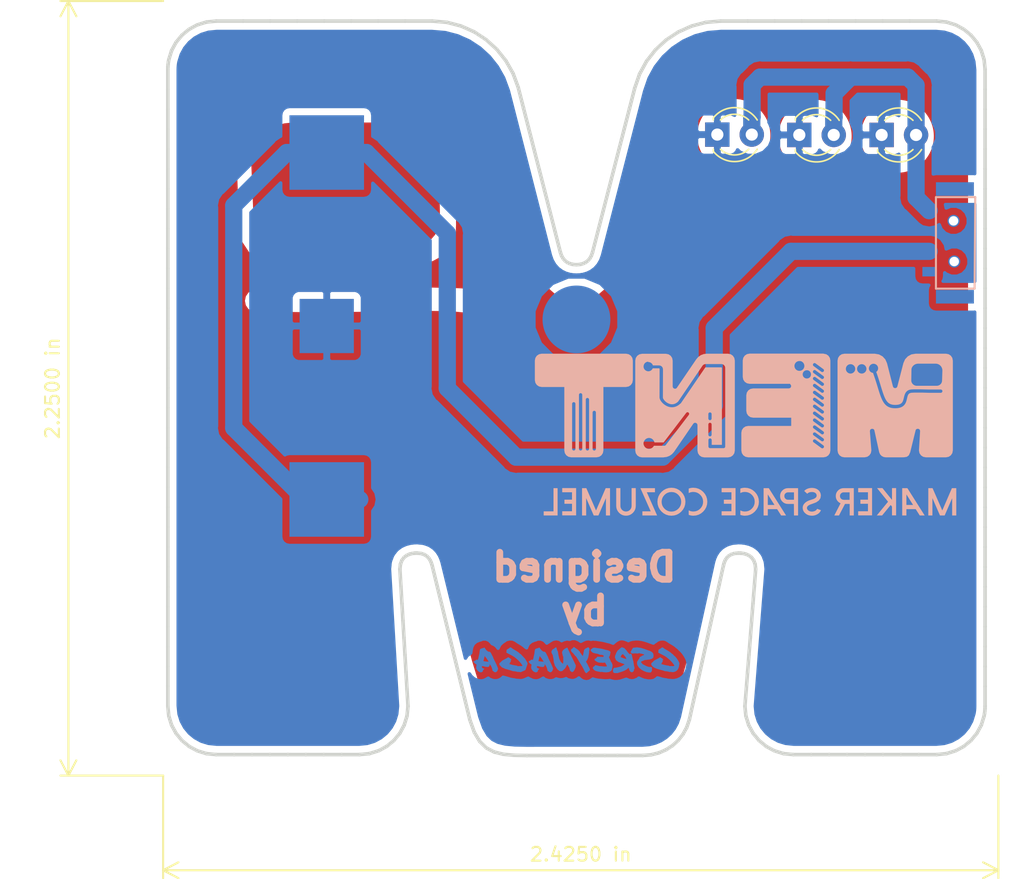
<source format=kicad_pcb>
(kicad_pcb (version 20171130) (host pcbnew 5.0.2-bee76a0~70~ubuntu16.04.1)
  (title_block (title "Project Title"))
  (layers (0 F.Cu signal hide) (31 B.Cu signal) (34 B.Paste user) (35 F.Paste user) (36 B.SilkS user) (37 F.SilkS user) (38 B.Mask user) (39 F.Mask user) (44 Edge.Cuts user))
  (net 0 "")
  (net 1 "Net-(BT1-Pad1)")
  (net 2 GND)
  (net 3 "Net-(D1-Pad2)")
  (module Cozumel:S8211R_Battery_Holder (layer B.Cu) (at 120.015 100.1776 270)
    (fp_text reference BT1)
    (fp_text value Battery_Cell)
    (pad 2 smd rect (at 0 0 270) (size 4 4) (layers B.Cu B.Paste B.Mask) (net 2 GND))
    (pad 1 smd rect (at -12.8 0 270) (size 5.5 5.5) (layers B.Cu B.Paste B.Mask) (net 1 "Net-(BT1-Pad1)"))
    (pad 1 smd rect (at 12.8 0 270) (size 5.5 5.5) (layers B.Cu B.Paste B.Mask) (net 1 "Net-(BT1-Pad1)"))
  )
  (module LED_THT:LED_D3.0mm (layer F.Cu) (at 148.8186 86.0552)
    (fp_text reference D1)
    (fp_text value LED)
    (pad 1 thru_hole rect (at 0 0) (size 1.8 1.8) (drill 0.9) (layers *.Cu *.Mask) (net 2 GND))
    (pad 2 thru_hole circle (at 2.54 0) (size 1.8 1.8) (drill 0.9) (layers *.Cu *.Mask) (net 3 "Net-(D1-Pad2)"))
  )
  (module LED_THT:LED_D3.0mm (layer F.Cu) (at 154.8638 86.0806)
    (fp_text reference D2)
    (fp_text value LED)
    (pad 2 thru_hole circle (at 2.54 0) (size 1.8 1.8) (drill 0.9) (layers *.Cu *.Mask) (net 3 "Net-(D1-Pad2)"))
    (pad 1 thru_hole rect (at 0 0) (size 1.8 1.8) (drill 0.9) (layers *.Cu *.Mask) (net 2 GND))
  )
  (module LED_THT:LED_D3.0mm (layer F.Cu) (at 160.9344 86.0806)
    (fp_text reference D3)
    (fp_text value LED)
    (pad 1 thru_hole rect (at 0 0) (size 1.8 1.8) (drill 0.9) (layers *.Cu *.Mask) (net 2 GND))
    (pad 2 thru_hole circle (at 2.54 0) (size 1.8 1.8) (drill 0.9) (layers *.Cu *.Mask) (net 3 "Net-(D1-Pad2)"))
  )
  (module HG:MSK12C02 (layer B.Cu) (at 167.64 90.17 180)
    (fp_text reference SW1 hide)
    (fp_text value SW_SPDT hide)
    (pad "" np_thru_hole circle (at 1.35 -5.25 180) (size 0.9 0.9) (drill 0.7) (layers *.Cu *.Mask))
    (pad "" np_thru_hole circle (at 1.4 -2.25 180) (size 0.9 0.9) (drill 0.7) (layers *.Cu *.Mask))
    (pad NC smd rect (at 1.3 -7.85 180) (size 2.8 1) (layers B.Cu B.Paste B.Mask))
    (pad 2 smd rect (at 3.2 -4.5 90) (size 0.7 1) (layers B.Cu B.Paste B.Mask) (net 1 "Net-(BT1-Pad1)"))
    (pad 3 smd rect (at 3.2 -6 90) (size 0.7 1) (layers B.Cu B.Paste B.Mask))
    (pad 1 smd rect (at 3.2 -1.5 90) (size 0.7 1) (layers B.Cu B.Paste B.Mask) (net 3 "Net-(D1-Pad2)"))
    (pad NC smd rect (at 1.3 0.1 180) (size 2.8 1) (layers B.Cu B.Paste B.Mask))
  )
  (module HG:FirmaCuMask (layer B.Cu) (at 138.43 124.841 180)
    (fp_text reference svg2mod hide)
    (fp_text value G*** hide)
    (fp_poly (pts (xy 7.387873 -0.60938) (xy 6.539203 -0.101327) (xy 6.697799 -0.08958) (xy 6.859331 -0.063146) (xy 6.815275 0.118945) (xy 6.765349 0.309847) (xy 6.747726 0.280478) (xy 6.633185 0.142442) (xy 6.54214 -0.00147) (xy 6.506895 -0.054337) (xy 6.474591 -0.107205) (xy 6.506895 -0.104282) (xy 6.539205 -0.101359) (xy 6.539203 -0.101327) (xy 7.387873 -0.60938) (xy 7.335006 -0.712174) (xy 7.255707 -0.803219) (xy 7.155851 -0.867832) (xy 7.038372 -0.897201) (xy 6.985505 -0.876644) (xy 6.959071 -0.859021) (xy 6.941449 -0.85021) (xy 6.929703 -0.841399) (xy 6.894458 -0.826711) (xy 6.906204 -0.788531) (xy 6.903281 -0.753286) (xy 6.868036 -0.715106) (xy 6.850414 -0.697484) (xy 6.835726 -0.679861) (xy 6.7858 -0.624059) (xy 6.865097 -0.603501) (xy 6.962017 -0.550634) (xy 6.982575 -0.441966) (xy 6.882718 -0.439044) (xy 6.803421 -0.459601) (xy 6.694753 -0.486035) (xy 6.577274 -0.494846) (xy 6.533218 -0.494846) (xy 6.489162 -0.489) (xy 6.459793 -0.483155) (xy 6.448047 -0.44791) (xy 6.436301 -0.436163) (xy 6.403991 -0.397983) (xy 6.398145 -0.33337) (xy 6.380522 -0.280503) (xy 6.354089 -0.353927) (xy 6.342342 -0.383296) (xy 6.312974 -0.389142) (xy 6.304162 -0.403829) (xy 6.30124 -0.418516) (xy 6.286552 -0.468443) (xy 6.274806 -0.480189) (xy 6.26306 -0.489) (xy 6.248372 -0.541868) (xy 6.23075 -0.591794) (xy 6.204316 -0.668155) (xy 6.19847 -0.738641) (xy 6.186724 -0.770951) (xy 6.154414 -0.80032) (xy 6.119169 -0.817943) (xy 6.101547 -0.829689) (xy 6.086859 -0.835535) (xy 6.078048 -0.867838) (xy 6.042803 -0.873684) (xy 5.995812 -0.882495) (xy 5.966443 -0.885418) (xy 5.937074 -0.882495) (xy 5.887148 -0.84138) (xy 5.846033 -0.80907) (xy 5.816664 -0.756203) (xy 5.810818 -0.723899) (xy 5.804973 -0.69453) (xy 5.796161 -0.676908) (xy 5.757981 -0.641663) (xy 5.790291 -0.615229) (xy 5.793214 -0.565303) (xy 5.916566 -0.277481) (xy 6.054603 0.004467) (xy 6.09866 0.098449) (xy 6.145651 0.192432) (xy 6.142728 0.212989) (xy 6.148574 0.239423) (xy 6.201441 0.327532) (xy 6.242556 0.409767) (xy 6.289548 0.506687) (xy 6.354161 0.603606) (xy 6.401152 0.624164) (xy 6.421709 0.630009) (xy 6.448143 0.635855) (xy 6.492199 0.630009) (xy 6.63611 0.73574) (xy 6.762399 0.903147) (xy 6.791768 0.944262) (xy 6.829948 0.920769) (xy 6.871063 0.903147) (xy 6.926866 0.888459) (xy 7.026722 0.862026) (xy 7.103083 0.817969) (xy 7.123641 0.747483) (xy 7.132452 0.700491) (xy 7.147139 0.600635) (xy 7.158885 0.489031) (xy 7.182384 0.389174) (xy 7.202942 0.292255) (xy 7.23231 0.154217) (xy 7.27049 0.030865) (xy 7.299859 0.027942) (xy 7.329228 0.036754) (xy 7.367408 0.042599) (xy 7.399712 0.045522) (xy 7.411458 0.016153) (xy 7.440827 -0.013215) (xy 7.496629 -0.030838) (xy 7.528939 -0.057272) (xy 7.552432 -0.074894) (xy 7.596488 -0.092516) (xy 7.572995 -0.136573) (xy 7.487824 -0.239366) (xy 7.367408 -0.318664) (xy 7.370331 -0.353909) (xy 7.379142 -0.386213) (xy 7.39383 -0.489006) (xy 7.39383 -0.597674) (xy 7.387984 -0.60942) (xy 7.387873 -0.60938)) (layer B.Cu) (width 0))
    (fp_poly (pts (xy 5.68688 -0.327432) (xy 5.501851 -0.524208) (xy 5.249273 -0.63875) (xy 4.958514 -0.718047) (xy 4.667755 -0.809093) (xy 4.594331 -0.812016) (xy 4.535593 -0.820827) (xy 4.482726 -0.829638) (xy 4.423989 -0.835484) (xy 4.409301 -0.84133) (xy 4.40049 -0.853076) (xy 4.309444 -0.861887) (xy 4.244831 -0.861887) (xy 4.171407 -0.870699) (xy 4.106794 -0.87951) (xy 3.760233 -0.723851) (xy 3.622196 -0.318551) (xy 3.61635 -0.300928) (xy 3.604604 -0.292117) (xy 3.610449 -0.242191) (xy 3.613372 -0.189323) (xy 3.786653 0.110246) (xy 4.018672 0.356951) (xy 4.053917 0.392196) (xy 4.080351 0.427441) (xy 4.112655 0.45681) (xy 4.156711 0.477367) (xy 4.303559 0.606593) (xy 4.482713 0.718198) (xy 4.667742 0.826865) (xy 4.838085 0.950218) (xy 4.885076 0.941407) (xy 4.91738 0.941407) (xy 4.973183 0.879731) (xy 5.046606 0.841551) (xy 5.117093 0.797495) (xy 5.167019 0.727008) (xy 5.149397 0.71232) (xy 5.158208 0.685887) (xy 5.161131 0.659453) (xy 5.140574 0.647707) (xy 5.158196 0.630084) (xy 5.175819 0.615397) (xy 5.167007 0.591904) (xy 5.167007 0.562535) (xy 5.034844 0.489112) (xy 4.88506 0.41275) (xy 4.723527 0.327579) (xy 4.561994 0.224786) (xy 4.400462 0.092622) (xy 4.241866 -0.057163) (xy 4.097955 -0.221632) (xy 3.983414 -0.386102) (xy 3.99516 -0.409594) (xy 4.009848 -0.430152) (xy 4.183128 -0.430152) (xy 4.347597 -0.438963) (xy 4.359344 -0.421341) (xy 4.374025 -0.403718) (xy 4.685343 -0.350851) (xy 4.979039 -0.271553) (xy 4.934982 -0.256865) (xy 4.899738 -0.242184) (xy 4.899738 -0.218691) (xy 4.929106 -0.195193) (xy 4.861556 -0.136455) (xy 4.832188 -0.042472) (xy 4.84981 -0.007227) (xy 4.832188 0.025083) (xy 4.817506 0.025083) (xy 4.81166 0.016272) (xy 4.808738 0.004525) (xy 4.79405 0.007448) (xy 4.805796 0.051504) (xy 4.823419 0.092619) (xy 5.026069 0.227719) (xy 5.105367 0.174852) (xy 5.202286 0.119049) (xy 5.308017 0.063247) (xy 5.410811 0.01038) (xy 5.484234 -0.036612) (xy 5.545911 -0.098288) (xy 5.604648 -0.157025) (xy 5.678073 -0.206952) (xy 5.680995 -0.268628) (xy 5.686841 -0.327366) (xy 5.68688 -0.327432)) (layer B.Cu) (width 0))
    (fp_poly (pts (xy 3.33185 -0.60938) (xy 2.483169 -0.101327) (xy 2.641765 -0.08958) (xy 2.803298 -0.063146) (xy 2.759242 0.118945) (xy 2.709315 0.309847) (xy 2.691693 0.280478) (xy 2.577152 0.142442) (xy 2.486106 -0.00147) (xy 2.450861 -0.054337) (xy 2.418551 -0.107205) (xy 2.450861 -0.104282) (xy 2.483165 -0.101359) (xy 2.483169 -0.101327) (xy 3.33185 -0.60938) (xy 3.278983 -0.712174) (xy 3.199685 -0.803219) (xy 3.099828 -0.867832) (xy 2.98235 -0.897201) (xy 2.929483 -0.876644) (xy 2.903049 -0.859021) (xy 2.885426 -0.85021) (xy 2.87368 -0.841399) (xy 2.838435 -0.826711) (xy 2.850181 -0.788531) (xy 2.847259 -0.753286) (xy 2.812014 -0.715106) (xy 2.794391 -0.697484) (xy 2.779704 -0.679861) (xy 2.729777 -0.624059) (xy 2.809075 -0.603501) (xy 2.905995 -0.550634) (xy 2.926552 -0.441966) (xy 2.826696 -0.439044) (xy 2.747397 -0.459601) (xy 2.63873 -0.486035) (xy 2.521252 -0.494846) (xy 2.477196 -0.494846) (xy 2.433139 -0.489) (xy 2.403771 -0.483155) (xy 2.392024 -0.44791) (xy 2.380278 -0.436163) (xy 2.347968 -0.397983) (xy 2.342122 -0.33337) (xy 2.3245 -0.280503) (xy 2.298066 -0.353927) (xy 2.28632 -0.383296) (xy 2.256951 -0.389142) (xy 2.24814 -0.403829) (xy 2.245217 -0.418516) (xy 2.23053 -0.468443) (xy 2.218783 -0.480189) (xy 2.207037 -0.489) (xy 2.19235 -0.541868) (xy 2.174727 -0.591794) (xy 2.148293 -0.668155) (xy 2.142448 -0.738641) (xy 2.130701 -0.770951) (xy 2.098398 -0.80032) (xy 2.063153 -0.817943) (xy 2.04553 -0.829689) (xy 2.030843 -0.835535) (xy 2.022032 -0.867838) (xy 1.986787 -0.873684) (xy 1.939795 -0.882495) (xy 1.910427 -0.885418) (xy 1.881058 -0.882495) (xy 1.831132 -0.84138) (xy 1.790016 -0.80907) (xy 1.760648 -0.756203) (xy 1.754802 -0.723899) (xy 1.748956 -0.69453) (xy 1.740145 -0.676908) (xy 1.701965 -0.641663) (xy 1.734269 -0.615229) (xy 1.737192 -0.565303) (xy 1.860544 -0.277481) (xy 1.998581 0.004467) (xy 2.042637 0.098449) (xy 2.089628 0.192432) (xy 2.086706 0.212989) (xy 2.092551 0.239423) (xy 2.145419 0.327532) (xy 2.186534 0.409767) (xy 2.233525 0.506687) (xy 2.298138 0.603606) (xy 2.345129 0.624164) (xy 2.365687 0.630009) (xy 2.392121 0.635855) (xy 2.436177 0.630009) (xy 2.580088 0.73574) (xy 2.706377 0.903147) (xy 2.735746 0.944262) (xy 2.773926 0.920769) (xy 2.815041 0.903147) (xy 2.870844 0.888459) (xy 2.9707 0.862026) (xy 3.047061 0.817969) (xy 3.067619 0.747483) (xy 3.07643 0.700491) (xy 3.091117 0.600635) (xy 3.102864 0.489031) (xy 3.126356 0.389174) (xy 3.146914 0.292255) (xy 3.176282 0.154217) (xy 3.214462 0.030865) (xy 3.243831 0.027942) (xy 3.2732 0.036754) (xy 3.31138 0.042599) (xy 3.34369 0.045522) (xy 3.355436 0.016153) (xy 3.384805 -0.013215) (xy 3.440607 -0.030838) (xy 3.472911 -0.057272) (xy 3.49641 -0.074894) (xy 3.540466 -0.092516) (xy 3.516967 -0.136573) (xy 3.431796 -0.239366) (xy 3.311381 -0.318664) (xy 3.314303 -0.353909) (xy 3.323115 -0.386213) (xy 3.337796 -0.489006) (xy 3.337796 -0.597674) (xy 3.33195 -0.60942) (xy 3.33185 -0.60938)) (layer B.Cu) (width 0))
    (fp_poly (pts (xy 0.682714 -0.321558) (xy 0.644534 -0.353868) (xy 0.621042 -0.403794) (xy 0.600484 -0.453721) (xy 0.571115 -0.474278) (xy 0.553493 -0.515393) (xy 0.529994 -0.553573) (xy 0.512372 -0.594688) (xy 0.518217 -0.644615) (xy 0.488849 -0.694541) (xy 0.474161 -0.756217) (xy 0.450669 -0.806143) (xy 0.386056 -0.823766) (xy 0.383133 -0.838453) (xy 0.391944 -0.859011) (xy 0.342018 -0.861934) (xy 0.303838 -0.876615) (xy 0.209855 -0.814939) (xy 0.145242 -0.718019) (xy 0.095316 -0.606415) (xy 0.054201 -0.509496) (xy 0.057124 -0.447819) (xy 0.036566 -0.394952) (xy 0.072956 -0.317948) (xy 0.110174 -0.239661) (xy 0.148214 -0.160087) (xy 0.187082 -0.079229) (xy 0.226778 0.002914) (xy 0.267296 0.086342) (xy 0.308643 0.171055) (xy 0.350817 0.257053) (xy 0.393126 0.343555) (xy 0.434886 0.429783) (xy 0.476099 0.515735) (xy 0.516757 0.601411) (xy 0.556868 0.686812) (xy 0.596424 0.771938) (xy 0.635432 0.856789) (xy 0.673886 0.941364) (xy 0.806049 0.879688) (xy 0.926465 0.803327) (xy 1.020447 0.700533) (xy 1.070373 0.574245) (xy 1.055686 0.559557) (xy 1.04394 0.556634) (xy 1.055686 0.536077) (xy 1.055686 0.52433) (xy 1.055686 0.506708) (xy 1.064497 0.480274) (xy 1.046875 0.477351) (xy 1.029252 0.477351) (xy 1.035098 0.424484) (xy 1.023352 0.386304) (xy 1.008664 0.351059) (xy 1.011587 0.304068) (xy 0.9969 0.298222) (xy 0.991054 0.289411) (xy 0.982243 0.2806) (xy 0.970496 0.2806) (xy 0.976342 0.151373) (xy 0.970496 0.01921) (xy 0.973419 -0.118827) (xy 0.993977 -0.265675) (xy 1.161383 -0.107078) (xy 1.264177 0.110256) (xy 1.325853 0.368708) (xy 1.369909 0.650656) (xy 1.411024 0.715269) (xy 1.437458 0.794568) (xy 1.460951 0.879739) (xy 1.490319 0.959037) (xy 1.563744 0.929668) (xy 1.622481 0.882677) (xy 1.678284 0.835686) (xy 1.751707 0.809252) (xy 1.81632 0.712333) (xy 1.8545 0.612476) (xy 1.831008 0.559608) (xy 1.81632 0.500871) (xy 1.792828 0.445068) (xy 1.751713 0.403953) (xy 1.72822 0.262979) (xy 1.701787 0.139627) (xy 1.681229 0.010401) (xy 1.675383 -0.13351) (xy 1.625457 -0.277421) (xy 1.584342 -0.415458) (xy 1.510918 -0.506504) (xy 1.455115 -0.612234) (xy 1.440428 -0.61808) (xy 1.41987 -0.609269) (xy 1.41987 -0.626891) (xy 1.411059 -0.638637) (xy 1.405213 -0.650384) (xy 1.411059 -0.673882) (xy 1.337635 -0.723809) (xy 1.267148 -0.782546) (xy 1.179039 -0.817791) (xy 1.046876 -0.797233) (xy 0.832478 -0.594584) (xy 0.682693 -0.321446) (xy 0.682714 -0.321558)) (layer B.Cu) (width 0))
    (fp_poly (pts (xy -0.183688 -0.086602) (xy -0.218933 -0.130658) (xy -0.248302 -0.180584) (xy -0.280606 -0.242261) (xy -0.324662 -0.295128) (xy -0.354031 -0.365615) (xy -0.401022 -0.421417) (xy -0.539059 -0.676932) (xy -0.556681 -0.7298) (xy -0.583115 -0.776791) (xy -0.594861 -0.797349) (xy -0.603672 -0.812036) (xy -0.609518 -0.841405) (xy -0.641828 -0.88252) (xy -0.674132 -0.914824) (xy -0.694689 -0.938316) (xy -0.738746 -0.955939) (xy -1.000135 -0.726856) (xy -0.997212 -0.697487) (xy -0.988401 -0.668119) (xy -0.976655 -0.632874) (xy -0.950221 -0.550639) (xy -0.900295 -0.477215) (xy -0.873861 -0.412602) (xy -0.803374 -0.274565) (xy -0.738761 -0.162961) (xy -0.700581 -0.098348) (xy -0.771068 -0.013176) (xy -0.838618 0.127798) (xy -0.879733 0.248214) (xy -0.888545 0.312827) (xy -0.900291 0.368629) (xy -0.914978 0.433242) (xy -0.920824 0.500792) (xy -0.938447 0.541907) (xy -0.932601 0.571276) (xy -0.929678 0.624143) (xy -0.944365 0.69463) (xy -0.959053 0.759243) (xy -0.961976 0.82973) (xy -0.944353 0.894343) (xy -0.888551 0.950146) (xy -0.838624 0.953069) (xy -0.788698 0.9237) (xy -0.738772 0.897266) (xy -0.677096 0.867898) (xy -0.61542 0.829718) (xy -0.594862 0.788602) (xy -0.556682 0.756299) (xy -0.556682 0.723989) (xy -0.55376 0.691685) (xy -0.542013 0.644694) (xy -0.530267 0.609449) (xy -0.521456 0.530151) (xy -0.503833 0.462601) (xy -0.486211 0.395051) (xy -0.483288 0.31869) (xy -0.453919 0.339248) (xy -0.442173 0.348059) (xy -0.430427 0.35687) (xy -0.257146 0.591826) (xy -0.262992 0.621195) (xy -0.201316 0.679933) (xy -0.15726 0.723989) (xy -0.11908 0.768045) (xy -0.08677 0.791544) (xy 0.180493 0.973635) (xy 0.221608 0.979481) (xy 0.233354 0.941301) (xy 0.280346 0.882563) (xy 0.359644 0.832637) (xy 0.386077 0.815014) (xy 0.400765 0.770958) (xy 0.397842 0.744524) (xy 0.409588 0.715156) (xy 0.350851 0.612362) (xy 0.286238 0.553624) (xy 0.236311 0.509568) (xy 0.204008 0.462577) (xy 0.18345 0.439078) (xy 0.104152 0.345096) (xy 0.095341 0.309851) (xy 0.060096 0.309851) (xy 0.045408 0.298105) (xy 0.01604 0.248178) (xy -0.013329 0.209998) (xy -0.028017 0.195311) (xy -0.036828 0.171818) (xy -0.045639 0.148326) (xy -0.09263 0.089588) (xy -0.113188 0.048473) (xy -0.13668 0.001482) (xy -0.168984 -0.042574) (xy -0.183672 -0.086631) (xy -0.183688 -0.086602)) (layer B.Cu) (width 0))
    (fp_poly (pts (xy -1.053027 0.797423) (xy -1.053027 0.765113) (xy -1.05595 0.74749) (xy -1.05595 0.726933) (xy -1.050104 0.697564) (xy -1.194015 0.559527) (xy -1.367296 0.50666) (xy -1.561135 0.47435) (xy -1.754974 0.397989) (xy -1.825461 0.397989) (xy -1.91357 0.389178) (xy -1.957626 0.362744) (xy -2.010494 0.348057) (xy -2.001682 0.292255) (xy -1.992871 0.248198) (xy -1.766725 0.251121) (xy -1.520021 0.265809) (xy -1.522943 0.245251) (xy -1.525866 0.230564) (xy -1.484751 0.192384) (xy -1.443636 0.151269) (xy -1.402521 0.116024) (xy -1.349654 0.107212) (xy -1.334966 0.054345) (xy -1.340812 -0.001457) (xy -1.434794 -0.069007) (xy -1.534651 -0.127745) (xy -1.643319 -0.171801) (xy -1.769608 -0.183547) (xy -1.793101 -0.183547) (xy -1.810723 -0.174736) (xy -1.878274 -0.183547) (xy -1.942886 -0.192359) (xy -2.022184 -0.180612) (xy -2.101482 -0.168866) (xy -2.186654 -0.301029) (xy -2.254204 -0.450814) (xy -2.089734 -0.46256) (xy -1.963445 -0.453749) (xy -1.84303 -0.439068) (xy -1.687371 -0.433222) (xy -1.549334 -0.392107) (xy -1.39955 -0.356862) (xy -1.358434 -0.389166) (xy -1.326125 -0.430281) (xy -1.29088 -0.462591) (xy -1.246823 -0.474337) (xy -1.232136 -0.503706) (xy -1.223325 -0.533075) (xy -1.214514 -0.559508) (xy -1.18808 -0.565354) (xy -1.290874 -0.715139) (xy -1.4201 -0.7915) (xy -1.584569 -0.832615) (xy -1.781345 -0.86786) (xy -1.825401 -0.864938) (xy -1.866517 -0.859092) (xy -2.028049 -0.885525) (xy -2.218951 -0.894337) (xy -2.40398 -0.867903) (xy -2.547891 -0.791542) (xy -2.580201 -0.744551) (xy -2.618381 -0.700495) (xy -2.630127 -0.615324) (xy -2.647749 -0.518404) (xy -2.662431 -0.41561) (xy -2.656585 -0.324564) (xy -2.62134 -0.245267) (xy -2.600783 -0.168906) (xy -2.58316 -0.154224) (xy -2.559667 -0.142478) (xy -2.521487 -0.042621) (xy -2.480372 0.048424) (xy -2.436316 0.136533) (xy -2.39226 0.239326) (xy -2.453936 0.321561) (xy -2.48037 0.412607) (xy -2.495057 0.50659) (xy -2.515615 0.606446) (xy -2.445127 0.676933) (xy -2.351145 0.723924) (xy -2.242478 0.753293) (xy -2.119126 0.779727) (xy -1.910601 0.838464) (xy -1.72851 0.870768) (xy -1.540545 0.897202) (xy -1.320273 0.932447) (xy -1.270346 0.906013) (xy -1.243913 0.9207) (xy -1.229225 0.938323) (xy -1.155802 0.853151) (xy -1.053008 0.797349) (xy -1.053027 0.797423)) (layer B.Cu) (width 0))
    (fp_poly (pts (xy -3.846075 -0.550641) (xy -3.681602 0.092525) (xy -3.467204 0.148327) (xy -3.255743 0.236436) (xy -3.320356 0.383284) (xy -3.426087 0.456708) (xy -3.426089 0.456707) (xy -3.499513 0.371536) (xy -3.575874 0.292238) (xy -3.640487 0.204129) (xy -3.681602 0.092525) (xy -3.846075 -0.550641) (xy -3.904812 -0.729796) (xy -3.978237 -0.853147) (xy -4.031104 -0.861959) (xy -4.063414 -0.888392) (xy -4.101594 -0.888392) (xy -4.122152 -0.873705) (xy -4.14565 -0.859017) (xy -4.18383 -0.853172) (xy -4.198518 -0.809116) (xy -4.236698 -0.794428) (xy -4.233775 -0.756248) (xy -4.242586 -0.726879) (xy -4.248432 -0.700446) (xy -4.245509 -0.665201) (xy -4.269001 -0.644643) (xy -4.289559 -0.603528) (xy -4.271937 -0.503672) (xy -4.251379 -0.415563) (xy -4.227886 -0.333328) (xy -4.236698 -0.248156) (xy -4.219075 -0.245233) (xy -4.210264 -0.209988) (xy -4.207341 -0.165932) (xy -4.210264 -0.127752) (xy -4.163273 0.027906) (xy -4.128028 0.189439) (xy -4.092783 0.345098) (xy -4.045792 0.486072) (xy -3.975305 0.477261) (xy -3.925378 0.444957) (xy -3.790278 0.585931) (xy -3.669863 0.750401) (xy -3.534763 0.891374) (xy -3.343861 0.964798) (xy -3.214635 0.873752) (xy -3.094219 0.756274) (xy -3.056039 0.729841) (xy -3.014924 0.703407) (xy -3.014924 0.668162) (xy -2.959122 0.591801) (xy -2.918007 0.500755) (xy -2.882762 0.403836) (xy -2.841647 0.31279) (xy -2.847492 0.286356) (xy -2.844569 0.265799) (xy -2.835758 0.2423) (xy -2.835758 0.209996) (xy -2.92093 0.001473) (xy -3.100084 -0.130691) (xy -3.32623 -0.215862) (xy -3.543565 -0.292223) (xy -3.534754 -0.30397) (xy -3.525942 -0.318657) (xy -3.414338 -0.389144) (xy -3.337978 -0.4332) (xy -3.258679 -0.46551) (xy -3.138264 -0.494879) (xy -3.020786 -0.524248) (xy -2.941488 -0.54187) (xy -2.871001 -0.553616) (xy -2.76527 -0.562428) (xy -2.721214 -0.627041) (xy -2.69478 -0.700465) (xy -2.691857 -0.770952) (xy -2.712415 -0.823819) (xy -2.700669 -0.832631) (xy -2.67717 -0.832631) (xy -2.706539 -0.861999) (xy -2.730031 -0.897244) (xy -2.756465 -0.926613) (xy -2.79758 -0.944236) (xy -3.026663 -0.947158) (xy -3.376161 -0.835554) (xy -3.549441 -0.765067) (xy -3.663982 -0.703391) (xy -3.752091 -0.635841) (xy -3.846074 -0.550669) (xy -3.846075 -0.550641)) (layer B.Cu) (width 0))
    (fp_poly (pts (xy -5.672863 0.465547) (xy -5.608249 0.571277) (xy -5.508393 0.644701) (xy -5.393851 0.697568) (xy -5.282247 0.732813) (xy -5.032606 0.826796) (xy -4.759468 0.909031) (xy -4.471647 0.953087) (xy -4.163266 0.917842) (xy -4.136832 0.86204) (xy -4.101587 0.809172) (xy -4.066342 0.756305) (xy -4.04872 0.706378) (xy -4.001729 0.647641) (xy -3.995883 0.568343) (xy -4.05462 0.524287) (xy -4.113358 0.491983) (xy -4.33363 0.509605) (xy -4.533343 0.494918) (xy -4.597956 0.521352) (xy -4.674317 0.509605) (xy -4.753615 0.486113) (xy -4.827038 0.480267) (xy -4.900463 0.447963) (xy -4.991508 0.436217) (xy -4.985663 0.415659) (xy -4.98274 0.398037) (xy -4.938684 0.368668) (xy -4.879946 0.351046) (xy -4.824144 0.327553) (xy -4.79184 0.286438) (xy -4.715479 0.26588) (xy -4.662611 0.215954) (xy -4.633242 0.151341) (xy -4.621496 0.092604) (xy -4.600939 0.072046) (xy -4.574505 0.0603) (xy -4.530449 -0.018998) (xy -4.474646 -0.10417) (xy -4.465835 -0.236333) (xy -4.486392 -0.350875) (xy -4.609745 -0.544713) (xy -4.785962 -0.697435) (xy -4.994486 -0.809039) (xy -5.211821 -0.888338) (xy -5.23532 -0.888338) (xy -5.241165 -0.87365) (xy -5.294033 -0.900084) (xy -5.35277 -0.903007) (xy -5.42032 -0.900084) (xy -5.481997 -0.903007) (xy -5.520177 -0.861892) (xy -5.543669 -0.8149) (xy -5.558357 -0.800213) (xy -5.567168 -0.785526) (xy -5.55248 -0.753222) (xy -5.561292 -0.744411) (xy -5.573038 -0.738565) (xy -5.575961 -0.723883) (xy -5.56715 -0.671016) (xy -5.572995 -0.606403) (xy -5.570072 -0.544727) (xy -5.526016 -0.497735) (xy -5.338051 -0.49189) (xy -5.167708 -0.436087) (xy -5.017923 -0.359727) (xy -4.874012 -0.286303) (xy -4.850513 -0.242247) (xy -4.815268 -0.209937) (xy -4.782958 -0.177633) (xy -4.762401 -0.133577) (xy -4.774147 -0.110078) (xy -4.785894 -0.086585) (xy -4.818197 -0.077774) (xy -4.944487 -0.024907) (xy -5.064902 0.025019) (xy -5.126578 0.016208) (xy -5.197065 0.033831) (xy -5.390904 0.054388) (xy -5.567122 0.107256) (xy -5.581809 0.133689) (xy -5.614113 0.139535) (xy -5.649358 0.183591) (xy -5.681662 0.233518) (xy -5.67285 0.292255) (xy -5.690473 0.342181) (xy -5.67285 0.403858) (xy -5.67285 0.465534) (xy -5.672863 0.465547)) (layer B.Cu) (width 0))
    (fp_poly (pts (xy -5.514267 -0.327432) (xy -5.595768 -0.439771) (xy -5.699295 -0.524208) (xy -5.819711 -0.586619) (xy -5.951874 -0.638749) (xy -6.093582 -0.680601) (xy -6.242632 -0.718044) (xy -6.390214 -0.758429) (xy -6.533391 -0.809092) (xy -6.572302 -0.809823) (xy -6.60681 -0.812015) (xy -6.636179 -0.815668) (xy -6.665547 -0.820844) (xy -6.691981 -0.824498) (xy -6.718415 -0.829674) (xy -6.746316 -0.832597) (xy -6.777152 -0.835519) (xy -6.7867 -0.835519) (xy -6.791815 -0.841365) (xy -6.795469 -0.847211) (xy -6.800645 -0.853118) (xy -6.848373 -0.859724) (xy -6.870587 -0.861369) (xy -6.891699 -0.861919) (xy -6.907853 -0.861919) (xy -6.924008 -0.861919) (xy -6.940163 -0.861919) (xy -6.956318 -0.861919) (xy -6.974123 -0.86247) (xy -6.992294 -0.864114) (xy -7.010836 -0.866854) (xy -7.029743 -0.87069) (xy -7.047 -0.875622) (xy -7.063521 -0.878728) (xy -7.079304 -0.880007) (xy -7.094357 -0.879457) (xy -7.198619 -0.865324) (xy -7.291133 -0.83467) (xy -7.371899 -0.787496) (xy -7.440918 -0.7238) (xy -7.495801 -0.643401) (xy -7.537099 -0.549051) (xy -7.564817 -0.44075) (xy -7.578951 -0.318499) (xy -7.57822 -0.311893) (xy -7.578951 -0.306778) (xy -7.581143 -0.303124) (xy -7.584796 -0.300932) (xy -7.587719 -0.299288) (xy -7.590642 -0.297278) (xy -7.593565 -0.294903) (xy -7.596488 -0.292163) (xy -7.596123 -0.27803) (xy -7.595027 -0.264999) (xy -7.5932 -0.25307) (xy -7.590642 -0.242243) (xy -7.587171 -0.231227) (xy -7.585527 -0.218744) (xy -7.585715 -0.204794) (xy -7.587725 -0.189376) (xy -7.54826 -0.110078) (xy -7.506225 -0.033717) (xy -7.461621 0.039707) (xy -7.414447 0.110194) (xy -7.363602 0.178478) (xy -7.307982 0.242357) (xy -7.247588 0.301831) (xy -7.182424 0.356897) (xy -7.172511 0.365708) (xy -7.163334 0.374519) (xy -7.154888 0.383331) (xy -7.147179 0.392142) (xy -7.140018 0.400953) (xy -7.133223 0.409764) (xy -7.126798 0.418576) (xy -7.12077 0.427387) (xy -7.113244 0.435833) (xy -7.105352 0.443542) (xy -7.088466 0.456756) (xy -7.068639 0.469239) (xy -7.04441 0.477313) (xy -6.97686 0.544863) (xy -6.897562 0.606539) (xy -6.810188 0.663809) (xy -6.718408 0.718144) (xy -6.625159 0.77321) (xy -6.533379 0.826808) (xy -6.443802 0.885546) (xy -6.363036 0.950159) (xy -6.335135 0.940611) (xy -6.316045 0.941341) (xy -6.300626 0.944264) (xy -6.283741 0.941341) (xy -6.259511 0.903892) (xy -6.227938 0.879663) (xy -6.190489 0.86131) (xy -6.154513 0.841483) (xy -6.117801 0.821656) (xy -6.084023 0.797427) (xy -6.055385 0.76659) (xy -6.034097 0.726943) (xy -6.047317 0.723289) (xy -6.051701 0.712274) (xy -6.048048 0.69979) (xy -6.042872 0.68584) (xy -6.039218 0.673357) (xy -6.039949 0.659406) (xy -6.045064 0.650595) (xy -6.060482 0.647672) (xy -6.054636 0.635926) (xy -6.042878 0.63008) (xy -6.029664 0.626426) (xy -6.02528 0.615411) (xy -6.027472 0.602197) (xy -6.034079 0.591918) (xy -6.037002 0.580172) (xy -6.034079 0.562549) (xy -6.096488 0.525106) (xy -6.166242 0.489131) (xy -6.238931 0.452418) (xy -6.316026 0.412771) (xy -6.39459 0.372386) (xy -6.477559 0.327599) (xy -6.55906 0.279871) (xy -6.639092 0.224806) (xy -6.719124 0.162396) (xy -6.800624 0.092643) (xy -6.881391 0.019953) (xy -6.920673 -0.018045) (xy -6.959219 -0.057144) (xy -6.996851 -0.097157) (xy -7.03338 -0.137907) (xy -7.068808 -0.179393) (xy -7.103134 -0.221611) (xy -7.135626 -0.262726) (xy -7.165549 -0.303841) (xy -7.192896 -0.344956) (xy -7.217674 -0.386071) (xy -7.214751 -0.393049) (xy -7.211828 -0.399291) (xy -7.208905 -0.404771) (xy -7.205982 -0.409521) (xy -7.20178 -0.412992) (xy -7.197944 -0.417559) (xy -7.194473 -0.423222) (xy -7.191368 -0.430023) (xy -7.145296 -0.432216) (xy -7.101057 -0.432946) (xy -7.058657 -0.432216) (xy -7.01809 -0.430023) (xy -6.976975 -0.427283) (xy -6.93586 -0.427834) (xy -6.894745 -0.43167) (xy -6.85363 -0.438831) (xy -6.849611 -0.435543) (xy -6.846323 -0.431524) (xy -6.843765 -0.426774) (xy -6.841938 -0.421233) (xy -6.839929 -0.415753) (xy -6.836823 -0.411003) (xy -6.832622 -0.406984) (xy -6.827263 -0.403696) (xy -6.66573 -0.381665) (xy -6.515945 -0.350822) (xy -6.370566 -0.311905) (xy -6.22225 -0.271521) (xy -6.245011 -0.26344) (xy -6.266306 -0.256834) (xy -6.283928 -0.248759) (xy -6.301551 -0.242152) (xy -6.308894 -0.228938) (xy -6.301551 -0.218666) (xy -6.285396 -0.206919) (xy -6.272182 -0.195167) (xy -6.309625 -0.168739) (xy -6.339731 -0.13643) (xy -6.358821 -0.095308) (xy -6.3691 -0.042441) (xy -6.355886 -0.026286) (xy -6.351501 -0.007196) (xy -6.355886 0.011163) (xy -6.3691 0.025114) (xy -6.378648 0.026575) (xy -6.383763 0.025114) (xy -6.386685 0.02146) (xy -6.389608 0.016284) (xy -6.390339 0.010439) (xy -6.392531 0.004532) (xy -6.397646 0.003801) (xy -6.4072 0.007455) (xy -6.402816 0.031684) (xy -6.395466 0.051511) (xy -6.385187 0.070601) (xy -6.377844 0.092626) (xy -6.276519 0.160176) (xy -6.175194 0.227726) (xy -6.139212 0.202766) (xy -6.095893 0.174859) (xy -6.048165 0.147694) (xy -5.998969 0.119056) (xy -5.946102 0.091892) (xy -5.89324 0.063254) (xy -5.839642 0.03682) (xy -5.790447 0.010386) (xy -5.751536 -0.010171) (xy -5.717028 -0.036605) (xy -5.685455 -0.066711) (xy -5.655349 -0.098284) (xy -5.62598 -0.127652) (xy -5.596612 -0.157021) (xy -5.562103 -0.184186) (xy -5.523193 -0.206947) (xy -5.525385 -0.241456) (xy -5.52027 -0.26862) (xy -5.514424 -0.295048) (xy -5.514445 -0.327358) (xy -5.514426 -0.327391) (xy -5.514267 -0.327432)) (layer B.Cu) (width 0))
  )
  (module Cozumel:SilkS.Back_01 (layer B.Cu) (at 150.7744 106.045 180)
    (fp_text reference svg2mod hide)
    (fp_text value G*** hide)
  )
  (module Cozumel:SilkS.Down_01 (layer B.Cu) (at 151.3332 113.03 180)
    (fp_text reference svg2mod hide)
    (fp_text value G*** hide)
  )
  (module Cozumel:Pin2_Badge (layer F.Cu) (at 138.43 99.695 180)
    (fp_text reference REF**)
    (fp_text value Pin2_Badge)
    (pad 1 smd circle (at 0 0 180) (size 5 5) (layers B.Cu B.Paste B.Mask))
  )
  (module Cozumel:Ment.All.03 (layer F.Cu) (at 138.43 104.775)
    (fp_text reference svg2mod hide)
    (fp_text value G*** hide)
    (fp_poly (pts (xy -9.594884 -25.530645) (xy -7.858555 -7.312981) (xy -7.634762 -7.278255) (xy -7.199302 -7.161948) (xy -6.806837 -7.012569) (xy -6.455713 -6.833424) (xy -6.142622 -6.626718) (xy -5.214376 -5.584921) (xy -5.049563 -5.284509) (xy -4.905696 -4.973624) (xy -4.780018 -4.655573) (xy -4.670326 -4.33256) (xy -4.573313 -4.007895) (xy -4.486221 -3.68378) (xy -4.406294 -3.362973) (xy -4.330778 -3.049331) (xy -4.244237 -2.65852) (xy -4.153838 -2.280386) (xy -4.055722 -1.916584) (xy -3.943825 -1.568767) (xy -3.813738 -1.238589) (xy -3.6605 -0.928255) (xy -3.479702 -0.638867) (xy -3.265279 -0.372631) (xy -3.013373 -0.131198) (xy -2.718473 0.083776) (xy -2.375618 0.270088) (xy -1.979844 0.426631) (xy -1.526745 0.551207) (xy -1.010809 0.642709) (xy -0.427072 0.698383) (xy 0.228875 0.717675) (xy 1.030341 0.684048) (xy 1.753535 0.581523) (xy 2.406174 0.408992) (xy 2.995423 0.163151) (xy 3.528451 -0.157104) (xy 4.012967 -0.554532) (xy 4.455042 -1.03023) (xy 4.863491 -1.586957) (xy 5.244381 -2.226367) (xy 5.605978 -2.951215) (xy 5.954348 -3.762604) (xy 6.297756 -4.662738) (xy 6.469734 -5.146705) (xy 6.642815 -5.654374) (xy 6.818653 -6.184643) (xy 6.997246 -6.738615) (xy 7.180251 -7.316288) (xy 7.368213 -7.918215) (xy 7.562241 -8.544396) (xy 7.762884 -9.19483) (xy 8.642796 -11.972188) (xy 9.611237 -14.929603) (xy 10.103895 -16.41575) (xy 9.996408 -16.491818) (xy 9.893332 -16.572295) (xy 9.794664 -16.657733) (xy 9.700407 -16.74703) (xy 9.61111 -16.841288) (xy 9.526223 -16.938853) (xy 9.446295 -17.040828) (xy 9.371331 -17.14611) (xy 9.301879 -17.255251) (xy 9.237385 -17.367147) (xy 9.177853 -17.4818) (xy 9.124386 -17.59976) (xy 9.076431 -17.719925) (xy 9.033988 -17.842846) (xy 8.998157 -17.967972) (xy 8.96729 -18.094751) (xy 8.943589 -18.223185) (xy 8.925397 -18.353272) (xy 8.913823 -18.485012) (xy 8.908862 -18.617855) (xy 8.910516 -18.751249) (xy 8.918782 -18.885745) (xy 8.934217 -19.020793) (xy 8.956267 -19.156392) (xy 8.985479 -19.29144) (xy 9.021861 -19.425385) (xy 9.063754 -19.556023) (xy 9.112259 -19.682803) (xy 9.16683 -19.806275) (xy 9.226912 -19.925888) (xy 9.291956 -20.041092) (xy 9.362511 -20.152989) (xy 9.438579 -20.260476) (xy 9.519057 -20.363554) (xy 9.603944 -20.462221) (xy 9.693792 -20.556479) (xy 9.787498 -20.646327) (xy 9.885063 -20.731214) (xy 9.987038 -20.81114) (xy 10.092321 -20.886106) (xy 10.200909 -20.95611) (xy 10.312807 -21.021153) (xy 10.42746 -21.080133) (xy 10.54542 -21.134152) (xy 10.665585 -21.182108) (xy 10.788504 -21.224552) (xy 10.91308 -21.260932) (xy 11.039859 -21.291249) (xy 11.168844 -21.316054) (xy 11.298931 -21.333692) (xy 11.430672 -21.345819) (xy 11.562961 -21.35078) (xy 11.696907 -21.349678) (xy 11.831405 -21.341409) (xy 11.966451 -21.326527) (xy 12.1015 -21.304478) (xy 12.2371 -21.275263) (xy 12.250878 -21.271956) (xy 12.384823 -21.235025) (xy 12.514911 -21.19203) (xy 12.641691 -21.143523) (xy 12.764613 -21.088402) (xy 12.883674 -21.028319) (xy 12.99943 -20.962173) (xy 13.110775 -20.891066) (xy 13.217712 -20.814999) (xy 13.320788 -20.73397) (xy 13.418905 -20.648532) (xy 13.513162 -20.558684) (xy 13.60246 -20.464426) (xy 13.686796 -20.36631) (xy 13.766722 -20.264335) (xy 13.841135 -20.158501) (xy 13.910587 -20.049912) (xy 13.975081 -19.937464) (xy 14.033509 -19.822811) (xy 14.086976 -19.704851) (xy 14.134381 -19.584135) (xy 14.176274 -19.461214) (xy 14.212655 -19.336088) (xy 14.242421 -19.209309) (xy 14.266122 -19.080876) (xy 14.283761 -18.950238) (xy 14.295338 -18.819048) (xy 14.299746 -18.686205) (xy 14.298092 -18.55226) (xy 14.289273 -18.417764) (xy 14.273838 -18.282716) (xy 14.251241 -18.147668) (xy 14.221475 -18.012069) (xy 14.185093 -17.878675) (xy 14.1421 -17.748037) (xy 14.093591 -17.621258) (xy 14.039021 -17.498337) (xy 13.978388 -17.379274) (xy 13.912794 -17.263519) (xy 13.842239 -17.152173) (xy 13.766171 -17.044686) (xy 13.685142 -16.941609) (xy 13.599702 -16.843493) (xy 13.509854 -16.749235) (xy 13.416148 -16.659938) (xy 13.318033 -16.575051) (xy 13.216058 -16.495125) (xy 13.110775 -16.420711) (xy 13.001634 -16.350707) (xy 12.889739 -16.286765) (xy 12.774533 -16.227786) (xy 12.656572 -16.174318) (xy 12.536408 -16.126362) (xy 12.413489 -16.084469) (xy 12.288363 -16.048089) (xy 12.161583 -16.017772) (xy 12.033149 -15.99407) (xy 11.902511 -15.976431) (xy 11.781796 -15.965958) (xy 11.304563 -14.526446) (xy 10.315621 -11.507592) (xy 9.414878 -8.666215) (xy 9.213131 -8.00641) (xy 9.016349 -7.365347) (xy 8.822871 -6.743025) (xy 8.632702 -6.139995) (xy 8.444186 -5.556258) (xy 8.256223 -4.991263) (xy 8.068257 -4.446111) (xy 7.878641 -3.920803) (xy 7.686817 -3.414787) (xy 7.491686 -2.928615) (xy 7.292146 -2.462838) (xy 7.087095 -2.016905) (xy 6.875978 -1.591367) (xy 6.657146 -1.186775) (xy 6.429494 -0.802578) (xy 6.193023 -0.438775) (xy 5.68756 0.225437) (xy 5.131935 0.804766) (xy 4.518432 1.298655) (xy 3.838782 1.7049) (xy 3.084721 2.022953) (xy 2.247977 2.251705) (xy 1.320832 2.389509) (xy 0.295019 2.435813) (xy -0.597398 2.402739) (xy -1.395006 2.306826) (xy -2.103869 2.153038) (xy -2.729497 1.947436) (xy -3.277957 1.69498) (xy -3.75586 1.40063) (xy -4.168169 1.070453) (xy -4.520947 0.709406) (xy -4.820257 0.322451) (xy -5.072162 -0.084344) (xy -5.282175 -0.506023) (xy -5.456911 -0.937625) (xy -5.60188 -1.373086) (xy -5.722597 -1.807994) (xy -5.825674 -2.235738) (xy -5.916624 -2.652456) (xy -6.208768 -3.785204) (xy -6.569263 -4.626909) (xy -6.683916 -4.795581) (xy -6.811798 -4.947717) (xy -6.955114 -5.08552) (xy -7.115517 -5.20789) (xy -7.295214 -5.316479) (xy -7.495305 -5.410737) (xy -7.717996 -5.491766) (xy -7.965491 -5.560117) (xy -9.268564 -5.691306) (xy -11.451377 -5.717213) (xy -12.760359 -5.704057) (xy -14.154536 -5.680833) (xy -15.588904 -5.653162) (xy -17.01865 -5.626263) (xy -18.473406 -5.662131) (xy -19.931272 -5.614136) (xy -21.872652 -5.645004) (xy -23.589688 -5.595395) (xy -23.919314 -5.664296) (xy -24.192717 -5.851158) (xy -24.379579 -6.125112) (xy -24.449032 -6.454739) (xy -24.379579 -6.783814) (xy -24.192717 -7.057217) (xy -23.919314 -7.244079) (xy -23.589688 -7.313532) (xy -21.810365 -7.319045) (xy -19.389921 -7.336392) (xy -17.084797 -7.3444) (xy -15.242204 -7.387641) (xy -13.582375 -7.417712) (xy -12.108479 -7.43389) (xy -10.823543 -7.435351) (xy -8.832553 -7.390703) (xy -8.457727 -7.369205) (xy -8.133061 -7.343298) (xy -7.858555 -7.312981) (xy -9.594884 -25.530645) (xy -21.500582 -20.721292) (xy -19.237292 -20.721292) (xy -16.974002 -20.721292) (xy -14.710712 -20.721292) (xy -12.447423 -20.721292) (xy -11.353812 -20.555376) (xy -10.390287 -20.08519) (xy -9.613074 -19.355381) (xy -9.077293 -18.408393) (xy -9.028234 -18.209404) (xy -8.986342 -18.003801) (xy -8.956025 -17.786071) (xy -8.945001 -17.5496) (xy -8.928464 -16.178176) (xy -8.911928 -14.806753) (xy -8.895391 -13.43588) (xy -8.878855 -12.064457) (xy -8.900353 -11.484027) (xy -9.052488 -10.94108) (xy -9.315418 -10.447742) (xy -9.672054 -10.016141) (xy -10.103655 -9.658402) (xy -10.596993 -9.388307) (xy -11.13994 -9.216879) (xy -11.72037 -9.156796) (xy -14.314389 -9.156796) (xy -16.907856 -9.156796) (xy -19.501875 -9.156796) (xy -22.095343 -9.156796) (xy -23.198325 -9.36736) (xy -24.078064 -9.949995) (xy -24.660699 -10.829735) (xy -24.871263 -11.932165) (xy -24.920872 -13.220906) (xy -24.970482 -14.509647) (xy -25.020091 -15.798389) (xy -25.069149 -17.08713) (xy -24.790786 -18.519187) (xy -24.028455 -19.67233) (xy -22.894605 -20.441826) (xy -21.500582 -20.721292) (xy -9.594884 -25.530645) (xy -10.612978 -25.51466) (xy -11.631073 -25.498675) (xy -12.649167 -25.482689) (xy -13.666711 -25.467256) (xy -14.684805 -25.45127) (xy -15.7029 -25.435285) (xy -16.720994 -25.4193) (xy -17.739089 -25.403866) (xy -18.757184 -25.387881) (xy -19.774727 -25.371895) (xy -20.792821 -25.35591) (xy -21.810916 -25.340476) (xy -22.829011 -25.324491) (xy -23.847105 -25.308506) (xy -24.8652 -25.29252) (xy -25.883294 -25.277086) (xy -26.921784 -25.048332) (xy -27.799318 -24.459083) (xy -28.429358 -23.600841) (xy -28.537947 -23.35555) (xy -28.623936 -23.100337) (xy -28.686775 -22.837408) (xy -28.724258 -22.567863) (xy -28.724258 -19.687764) (xy -28.724258 -16.808215) (xy -28.724258 -13.928667) (xy -28.724258 -11.049118) (xy -28.724258 -8.16957) (xy -28.724258 -5.290021) (xy -28.724258 -2.410473) (xy -28.724258 0.469077) (xy -28.724258 3.348624) (xy -28.724258 6.228174) (xy -28.724258 9.107721) (xy -28.724258 11.987271) (xy -28.724258 14.866818) (xy -28.724258 17.746368) (xy -28.724258 20.626465) (xy -28.724258 23.506015) (xy -28.504323 24.584742) (xy -27.906254 25.474405) (xy -27.023207 26.073574) (xy -25.948889 26.281383) (xy -23.723082 26.238939) (xy -21.497826 26.196496) (xy -19.272019 26.154053) (xy -17.046763 26.11216) (xy -15.971893 25.8801) (xy -15.088846 25.283685) (xy -14.491329 24.407252) (xy -14.271394 23.336792) (xy -14.271394 22.892512) (xy -14.271394 22.448232) (xy -14.271394 22.003952) (xy -14.271394 21.559673) (xy -14.271394 21.115396) (xy -14.271394 20.671116) (xy -14.271394 20.226836) (xy -14.271394 19.782556) (xy -14.280213 18.793124) (xy -14.299506 18.216003) (xy -14.318798 17.638328) (xy -14.327618 16.648896) (xy -14.327618 16.204619) (xy -14.327618 15.760339) (xy -14.327618 15.316059) (xy -14.327618 14.87178) (xy -14.327618 14.4275) (xy -14.327618 13.98322) (xy -14.327618 13.53894) (xy -14.327618 13.09466) (xy -14.327618 12.650933) (xy -14.327618 12.206654) (xy -14.327618 11.762374) (xy -14.327618 11.318094) (xy -14.291238 10.753099) (xy -14.187058 10.249287) (xy -14.023898 9.808868) (xy -13.810027 9.432937) (xy -13.553712 9.123156) (xy -13.263221 8.881723) (xy -12.946272 8.710296) (xy -12.612236 8.611075) (xy -12.268829 8.58517) (xy -11.924319 8.634228) (xy -11.586976 8.761008) (xy -11.265617 8.96606) (xy -10.967961 9.25214) (xy -10.702826 9.620903) (xy -10.47793 10.073452) (xy -10.302093 10.612538) (xy -10.190747 11.098158) (xy -10.078851 11.58323) (xy -9.967505 12.06885) (xy -9.85616 12.55447) (xy -9.744263 13.04009) (xy -9.632918 13.525712) (xy 25.37311 -16.518827) (xy 25.271685 -16.438901) (xy 25.165851 -16.364487) (xy 25.057264 -16.294483) (xy 24.945365 -16.230541) (xy 24.830162 -16.171562) (xy 24.712202 -16.118094) (xy 24.592037 -16.070138) (xy 24.469115 -16.028245) (xy 24.343989 -15.991865) (xy 24.217212 -15.961548) (xy 24.088779 -15.937846) (xy 23.958141 -15.919656) (xy 23.826399 -15.908632) (xy 23.694108 -15.903671) (xy 23.560162 -15.905325) (xy 23.425667 -15.913593) (xy 23.290618 -15.929027) (xy 23.155571 -15.951627) (xy 23.019972 -15.980841) (xy 22.886577 -16.017221) (xy 22.755939 -16.059665) (xy 22.629159 -16.108723) (xy 22.505687 -16.162742) (xy 22.386626 -16.222825) (xy 22.27087 -16.288419) (xy 22.159525 -16.359526) (xy 22.052037 -16.435042) (xy 21.948961 -16.516071) (xy 21.850294 -16.600958) (xy 21.756034 -16.690806) (xy 21.666739 -16.785064) (xy 21.58185 -16.882629) (xy 21.501924 -16.984604) (xy 21.42696 -17.089886) (xy 21.356955 -17.198476) (xy 21.292462 -17.310923) (xy 21.233483 -17.425576) (xy 21.180016 -17.543536) (xy 21.132061 -17.663701) (xy 21.089615 -17.786622) (xy 21.053236 -17.911197) (xy 21.02292 -18.037976) (xy 20.998666 -18.166961) (xy 20.981027 -18.297048) (xy 20.96945 -18.428788) (xy 20.964489 -18.561631) (xy 20.966142 -18.695025) (xy 20.974411 -18.829522) (xy 20.989296 -18.964569) (xy 21.011893 -19.100168) (xy 21.041109 -19.235216) (xy 21.076937 -19.369161) (xy 21.119381 -19.499799) (xy 21.167889 -19.626579) (xy 21.222459 -19.750051) (xy 21.281988 -19.869114) (xy 21.347585 -19.984869) (xy 21.418141 -20.096765) (xy 21.493655 -20.204252) (xy 21.574684 -20.30733) (xy 21.659574 -20.405997) (xy 21.749422 -20.500255) (xy 21.843128 -20.590103) (xy 21.940692 -20.67499) (xy 22.042668 -20.754916) (xy 22.147948 -20.829882) (xy 22.256538 -20.899886) (xy 22.368434 -20.964378) (xy 22.483087 -21.023909) (xy 22.601047 -21.077377) (xy 22.721212 -21.125884) (xy 22.844134 -21.168328) (xy 22.968709 -21.204708) (xy 23.095489 -21.235025) (xy 23.22392 -21.259278) (xy 23.354561 -21.277468) (xy 23.485749 -21.289044) (xy 23.618591 -21.294556) (xy 23.752536 -21.292902) (xy 23.887032 -21.285186) (xy 24.022081 -21.269751) (xy 24.157127 -21.248254) (xy 24.292727 -21.21904) (xy 24.306507 -21.215732) (xy 24.439903 -21.178801) (xy 24.57054 -21.135806) (xy 24.69732 -21.086748) (xy 24.820239 -21.032178) (xy 24.939303 -20.971544) (xy 25.054506 -20.905949) (xy 25.165851 -20.834842) (xy 25.273339 -20.758775) (xy 25.376417 -20.677746) (xy 25.474532 -20.592308) (xy 25.568791 -20.50246) (xy 25.658087 -20.408202) (xy 25.742423 -20.310086) (xy 25.822351 -20.208111) (xy 25.896765 -20.102277) (xy 25.966217 -19.993688) (xy 26.030157 -19.88124) (xy 26.089139 -19.766036) (xy 26.142606 -19.648076) (xy 26.19001 -19.527911) (xy 26.231904 -19.40499) (xy 26.268282 -19.279864) (xy 26.298048 -19.153085) (xy 26.321752 -19.0241) (xy 26.339391 -18.894014) (xy 26.350414 -18.762273) (xy 26.355376 -18.629981) (xy 26.353172 -18.496036) (xy 26.344903 -18.36154) (xy 26.329468 -18.226492) (xy 26.306867 -18.091444) (xy 26.277101 -17.955845) (xy 26.240723 -17.822451) (xy 26.197726 -17.691813) (xy 26.149221 -17.565034) (xy 26.09465 -17.442113) (xy 26.034018 -17.322499) (xy 25.968421 -17.207295) (xy 25.897315 -17.09595) (xy 25.821798 -16.988462) (xy 25.740769 -16.885385) (xy 25.655332 -16.786718) (xy 25.565484 -16.693011) (xy 25.471227 -16.603163) (xy 25.37311 -16.518827) (xy -9.632918 13.525712) (xy -9.521572 14.011332) (xy -9.409675 14.496952) (xy -8.869484 16.153353) (xy -8.382761 17.707229) (xy 19.680157 -16.880976) (xy 19.59472 -16.782859) (xy 19.504872 -16.688601) (xy 19.410615 -16.599305) (xy 19.312498 -16.514417) (xy 19.210523 -16.434491) (xy 19.10524 -16.360077) (xy 18.996652 -16.290073) (xy 18.884203 -16.226132) (xy 18.76955 -16.167152) (xy 18.65159 -16.113684) (xy 18.530875 -16.065728) (xy 18.408504 -16.023836) (xy 18.283378 -15.987456) (xy 18.1566 -15.957139) (xy 18.027616 -15.933437) (xy 17.897529 -15.915798) (xy 17.765788 -15.904222) (xy 17.632946 -15.899261) (xy 17.49955 -15.900915) (xy 17.365055 -15.909734) (xy 17.230006 -15.925168) (xy 17.09496 -15.947217) (xy 16.95936 -15.976983) (xy 16.825415 -16.012812) (xy 16.695327 -16.055806) (xy 16.568547 -16.104313) (xy 16.445075 -16.158884) (xy 16.325461 -16.218966) (xy 16.210258 -16.284561) (xy 16.098362 -16.355116) (xy 15.991426 -16.431184) (xy 15.88835 -16.511661) (xy 15.789682 -16.5971) (xy 15.695422 -16.686397) (xy 15.605574 -16.780654) (xy 15.520687 -16.878771) (xy 15.440762 -16.980194) (xy 15.366349 -17.085476) (xy 15.296343 -17.194617) (xy 15.23185 -17.306514) (xy 15.172871 -17.421166) (xy 15.118851 -17.539127) (xy 15.070896 -17.659291) (xy 15.029006 -17.782212) (xy 14.992624 -17.907338) (xy 14.962308 -18.034118) (xy 14.938054 -18.162551) (xy 14.920415 -18.292638) (xy 14.908838 -18.424378) (xy 14.903326 -18.557221) (xy 14.90498 -18.690615) (xy 14.9138 -18.825112) (xy 14.928684 -18.960159) (xy 14.950731 -19.095758) (xy 14.980497 -19.231357) (xy 15.016325 -19.364751) (xy 15.058769 -19.49539) (xy 15.107277 -19.622169) (xy 15.161294 -19.745641) (xy 15.221379 -19.865255) (xy 15.286974 -19.980459) (xy 15.357529 -20.092356) (xy 15.433046 -20.199842) (xy 15.513522 -20.30292) (xy 15.598962 -20.401587) (xy 15.688257 -20.495845) (xy 15.781963 -20.585693) (xy 15.88008 -20.67058) (xy 15.981505 -20.750507) (xy 16.086786 -20.826023) (xy 16.195927 -20.895476) (xy 16.307822 -20.96052) (xy 16.422478 -21.0195) (xy 16.539885 -21.073519) (xy 16.6606 -21.121475) (xy 16.782971 -21.163918) (xy 16.908097 -21.200298) (xy 17.034877 -21.230615) (xy 17.163311 -21.25542) (xy 17.293396 -21.273059) (xy 17.425137 -21.285186) (xy 17.557979 -21.290146) (xy 17.691374 -21.289044) (xy 17.82587 -21.280776) (xy 17.960919 -21.265893) (xy 18.096518 -21.243844) (xy 18.232115 -21.21463) (xy 18.245896 -21.211323) (xy 18.379291 -21.174391) (xy 18.509378 -21.131396) (xy 18.636155 -21.082889) (xy 18.759077 -21.027768) (xy 18.878691 -20.967686) (xy 18.993895 -20.90154) (xy 19.10524 -20.830433) (xy 19.212727 -20.754365) (xy 19.315255 -20.673337) (xy 19.41392 -20.587898) (xy 19.507629 -20.49805) (xy 19.596924 -20.403792) (xy 19.681811 -20.305676) (xy 19.761186 -20.203701) (xy 19.836153 -20.098419) (xy 19.905605 -19.989278) (xy 19.969545 -19.87683) (xy 20.028527 -19.762178) (xy 20.081443 -19.644217) (xy 20.129399 -19.523501) (xy 20.171292 -19.40058) (xy 20.20712 -19.276006) (xy 20.237436 -19.148675) (xy 20.26114 -19.020242) (xy 20.278779 -18.889604) (xy 20.289802 -18.758415) (xy 20.294764 -18.625572) (xy 20.29256 -18.491626) (xy 20.28374 -18.35713) (xy 20.268306 -18.222633) (xy 20.245705 -18.087034) (xy 20.215939 -17.951436) (xy 20.179561 -17.818041) (xy 20.137115 -17.687404) (xy 20.088059 -17.560624) (xy 20.033488 -17.437703) (xy 19.973406 -17.31864) (xy 19.907809 -17.202885) (xy 19.836703 -17.09154) (xy 19.760636 -16.984053) (xy 19.680157 -16.880976) (xy -8.382761 17.707229) (xy -7.984233 19.05385) (xy -7.708625 20.088479) (xy -7.562553 20.56914) (xy -7.41593 21.049799) (xy -7.269307 21.529909) (xy -7.123234 22.010568) (xy -6.677301 23.95305) (xy -6.217037 24.768296) (xy -5.368716 25.403296) (xy -4.334085 25.815056) (xy -3.316542 25.961128) (xy -1.581868 25.961128) (xy 0.152808 25.961128) (xy 1.887481 25.961128) (xy 3.622157 25.961128) (xy 4.64907 25.80844) (xy 5.709057 25.383453) (xy 6.59541 24.734672) (xy 7.101426 23.912813) (xy 7.708314 21.68921) (xy 7.885256 21.05476) (xy 8.062195 20.420864) (xy 8.238584 19.786414) (xy 8.415523 19.152518) (xy 8.731922 17.905668) (xy 8.954613 17.026478) (xy 9.221951 16.036496) (xy 9.672295 14.456715) (xy 9.781433 13.971093) (xy 9.891128 13.486023) (xy 10.000269 13.000404) (xy 10.10996 12.514784) (xy 10.219651 12.029161) (xy 10.328792 11.543541) (xy 10.438483 11.057922) (xy 10.547624 10.572299) (xy 10.719602 10.022739) (xy 10.932372 9.56082) (xy 11.179317 9.185993) (xy 11.45327 8.895504) (xy 11.746519 8.687695) (xy 12.051891 8.560916) (xy 12.362776 8.51241) (xy 12.671457 8.541623) (xy 12.970767 8.645252) (xy 13.25354 8.822742) (xy 13.512611 9.07134) (xy 13.740814 9.389393) (xy 13.930983 9.774691) (xy 14.075952 10.226137) (xy 14.168005 10.740972) (xy 14.199978 11.318094) (xy 14.199978 11.764578) (xy 14.199978 12.210512) (xy 14.199978 12.656996) (xy 14.199978 13.10348) (xy 14.199978 13.549413) (xy 14.199978 13.995897) (xy 14.199978 14.442381) (xy 14.199978 14.888315) (xy 14.199978 15.334799) (xy 14.199978 15.781286) (xy 14.199978 16.227217) (xy 14.199978 16.673701) (xy 14.208794 17.669197) (xy 14.228087 18.252934) (xy 14.247933 18.836671) (xy 14.256752 19.832165) (xy 14.256752 20.278649) (xy 14.256752 20.725133) (xy 14.256752 21.171067) (xy 14.256752 21.617551) (xy 14.256752 22.064035) (xy 14.256752 22.509968) (xy 14.256752 22.956452) (xy 14.256752 23.402936) (xy 14.476685 24.475604) (xy 15.074754 25.355341) (xy 15.957251 25.952309) (xy 17.03267 26.178307) (xy 19.300371 26.199253) (xy 21.568071 26.2202) (xy 23.835769 26.241697) (xy 26.10347 26.262643) (xy 27.178339 26.04877) (xy 28.061386 25.450151) (xy 28.658904 24.564349) (xy 28.753161 24.309135) (xy 28.822063 24.043451) (xy 28.864506 23.768945) (xy 28.878837 23.487273) (xy 28.878837 20.607726) (xy 28.878837 17.728176) (xy 28.878837 14.848629) (xy 28.878837 11.969079) (xy 28.878837 9.089532) (xy 28.878837 6.209982) (xy 28.878837 3.330435) (xy 28.878837 0.450885) (xy 28.878837 -2.428663) (xy 28.878837 -5.308763) (xy 28.878837 -8.188311) (xy 28.878837 -11.06786) (xy 28.878837 -13.947408) (xy 28.878837 -16.826957) (xy 28.878837 -19.706505) (xy 28.878837 -22.586054) (xy 28.658904 -23.658718) (xy 28.061386 -24.537907) (xy 27.178339 -25.134873) (xy 26.10347 -25.361422) (xy 25.094746 -25.371895) (xy 24.086572 -25.382368) (xy 23.07785 -25.392841) (xy 22.069126 -25.403866) (xy 21.060402 -25.414339) (xy 20.052228 -25.424812) (xy 19.043504 -25.435285) (xy 18.034782 -25.445758) (xy 17.026058 -25.456783) (xy 16.017884 -25.467256) (xy 15.00916 -25.477729) (xy 14.000435 -25.488202) (xy 12.991711 -25.498675) (xy 11.98354 -25.509148) (xy 10.974816 -25.520172) (xy 9.966091 -25.530645) (xy 9.069816 -25.383471) (xy 8.297563 -24.957381) (xy 7.698944 -24.305845) (xy 7.323016 -23.482329) (xy 7.036382 -22.548571) (xy 6.749752 -21.614812) (xy 6.463118 -20.681605) (xy 6.176488 -19.747846) (xy 5.889304 -18.814087) (xy 5.602671 -17.880329) (xy 5.31604 -16.947121) (xy 5.029407 -16.013363) (xy 4.742776 -15.079604) (xy 4.456143 -14.145846) (xy 4.169513 -13.212638) (xy 3.882329 -12.278879) (xy 3.595698 -11.345121) (xy 3.309065 -10.411362) (xy 3.022435 -9.478155) (xy 2.735801 -8.544396) (xy 2.56327 -8.056571) (xy 2.324045 -7.633788) (xy 2.028592 -7.27605) (xy 1.685737 -6.982803) (xy 1.305397 -6.755151) (xy 0.896949 -6.592543) (xy 0.470308 -6.494978) (xy 0.034847 -6.462456) (xy -0.400063 -6.494978) (xy -0.824497 -6.592543) (xy -1.229091 -6.755151) (xy -1.603916 -6.982803) (xy -1.940158 -7.27605) (xy -2.227342 -7.633788) (xy -2.456094 -8.056571) (xy -2.617051 -8.544396) (xy -2.887696 -9.478155) (xy -3.158894 -10.411362) (xy -3.429541 -11.345121) (xy -3.700739 -12.278879) (xy -3.971386 -13.212638) (xy -4.242583 -14.145846) (xy -4.51323 -15.079604) (xy -4.784428 -16.013363) (xy -5.055075 -16.947121) (xy -5.325722 -17.880329) (xy -5.596919 -18.814087) (xy -5.867566 -19.747846) (xy -6.138764 -20.681605) (xy -6.409411 -21.614812) (xy -6.680609 -22.548571) (xy -6.951255 -23.482329) (xy -7.010787 -23.701713) (xy -7.089059 -23.912277) (xy -7.185522 -24.114573) (xy -7.299072 -24.306947) (xy -7.90155 -24.959586) (xy -8.689237 -25.386227) (xy -9.594884 -25.530645)) (layer F.Cu) (width 0))
    (fp_line (start 17.314042 27.026845) (end 15.992359 27.026845) (layer Edge.Cuts) (width 0.264375))
    (fp_line (start 18.635723 27.026845) (end 17.314042 27.026845) (layer Edge.Cuts) (width 0.264375))
    (fp_line (start 19.957406 27.026845) (end 18.635723 27.026845) (layer Edge.Cuts) (width 0.264375))
    (fp_line (start 21.279087 27.026845) (end 19.957406 27.026845) (layer Edge.Cuts) (width 0.264375))
    (fp_line (start 22.60077 27.026845) (end 21.279087 27.026845) (layer Edge.Cuts) (width 0.264375))
    (fp_line (start 23.922453 27.026845) (end 22.60077 27.026845) (layer Edge.Cuts) (width 0.264375))
    (fp_line (start 25.244134 27.026845) (end 23.922453 27.026845) (layer Edge.Cuts) (width 0.264375))
    (fp_line (start 26.565817 27.026845) (end 25.244134 27.026845) (layer Edge.Cuts) (width 0.264375))
    (fp_line (start 27.288354 26.954824) (end 26.565817 27.026845) (layer Edge.Cuts) (width 0.264375))
    (fp_line (start 27.95978 26.748051) (end 27.288354 26.954824) (layer Edge.Cuts) (width 0.264375))
    (fp_line (start 28.566154 26.42047) (end 27.95978 26.748051) (layer Edge.Cuts) (width 0.264375))
    (fp_line (start 29.093537 25.98602) (end 28.566154 26.42047) (layer Edge.Cuts) (width 0.264375))
    (fp_line (start 29.527987 25.458637) (end 29.093537 25.98602) (layer Edge.Cuts) (width 0.264375))
    (fp_line (start 29.855568 24.852263) (end 29.527987 25.458637) (layer Edge.Cuts) (width 0.264375))
    (fp_line (start 30.062341 24.18084) (end 29.855568 24.852263) (layer Edge.Cuts) (width 0.264375))
    (fp_line (start 30.093524 24.004454) (end 30.062341 24.18084) (layer Edge.Cuts) (width 0.264375))
    (fp_line (start 30.116074 23.82509) (end 30.093524 24.004454) (layer Edge.Cuts) (width 0.264375))
    (fp_line (start 30.129761 23.642966) (end 30.116074 23.82509) (layer Edge.Cuts) (width 0.264375))
    (fp_line (start 30.134362 23.458303) (end 30.129761 23.642966) (layer Edge.Cuts) (width 0.264375))
    (fp_line (start 30.134362 21.989997) (end 30.134362 23.458303) (layer Edge.Cuts) (width 0.264375))
    (fp_line (start 30.134362 20.52169) (end 30.134362 21.989997) (layer Edge.Cuts) (width 0.264375))
    (fp_line (start 30.134362 19.053381) (end 30.134362 20.52169) (layer Edge.Cuts) (width 0.264375))
    (fp_line (start 30.134362 17.585075) (end 30.134362 19.053381) (layer Edge.Cuts) (width 0.264375))
    (fp_line (start 30.134362 16.116769) (end 30.134362 17.585075) (layer Edge.Cuts) (width 0.264375))
    (fp_line (start 30.134362 14.648463) (end 30.134362 16.116769) (layer Edge.Cuts) (width 0.264375))
    (fp_line (start 30.134362 13.180157) (end 30.134362 14.648463) (layer Edge.Cuts) (width 0.264375))
    (fp_line (start 30.134362 11.71185) (end 30.134362 13.180157) (layer Edge.Cuts) (width 0.264375))
    (fp_line (start 30.134362 10.243541) (end 30.134362 11.71185) (layer Edge.Cuts) (width 0.264375))
    (fp_line (start 30.134362 8.775235) (end 30.134362 10.243541) (layer Edge.Cuts) (width 0.264375))
    (fp_line (start 30.134362 7.306929) (end 30.134362 8.775235) (layer Edge.Cuts) (width 0.264375))
    (fp_line (start 30.134362 5.838623) (end 30.134362 7.306929) (layer Edge.Cuts) (width 0.264375))
    (fp_line (start 30.134362 4.370316) (end 30.134362 5.838623) (layer Edge.Cuts) (width 0.264375))
    (fp_line (start 30.134362 2.90201) (end 30.134362 4.370316) (layer Edge.Cuts) (width 0.264375))
    (fp_line (start 30.134362 1.433701) (end 30.134362 2.90201) (layer Edge.Cuts) (width 0.264375))
    (fp_line (start 30.134362 -0.034605) (end 30.134362 1.433701) (layer Edge.Cuts) (width 0.264375))
    (fp_line (start 30.134362 -1.502911) (end 30.134362 -0.034605) (layer Edge.Cuts) (width 0.264375))
    (fp_line (start 30.134362 -2.971218) (end 30.134362 -1.502911) (layer Edge.Cuts) (width 0.264375))
    (fp_line (start 30.134362 -4.439524) (end 30.134362 -2.971218) (layer Edge.Cuts) (width 0.264375))
    (fp_line (start 30.134362 -5.907831) (end 30.134362 -4.439524) (layer Edge.Cuts) (width 0.264375))
    (fp_line (start 30.134362 -7.376138) (end 30.134362 -5.907831) (layer Edge.Cuts) (width 0.264375))
    (fp_line (start 30.134362 -8.844444) (end 30.134362 -7.376138) (layer Edge.Cuts) (width 0.264375))
    (fp_line (start 30.134362 -10.312751) (end 30.134362 -8.844444) (layer Edge.Cuts) (width 0.264375))
    (fp_line (start 30.134362 -11.781058) (end 30.134362 -10.312751) (layer Edge.Cuts) (width 0.264375))
    (fp_line (start 30.134362 -13.249364) (end 30.134362 -11.781058) (layer Edge.Cuts) (width 0.264375))
    (fp_line (start 30.134362 -14.717671) (end 30.134362 -13.249364) (layer Edge.Cuts) (width 0.264375))
    (fp_line (start 30.134362 -16.185978) (end 30.134362 -14.717671) (layer Edge.Cuts) (width 0.264375))
    (fp_line (start 30.134362 -17.654284) (end 30.134362 -16.185978) (layer Edge.Cuts) (width 0.264375))
    (fp_line (start 30.134362 -19.122591) (end 30.134362 -17.654284) (layer Edge.Cuts) (width 0.264375))
    (fp_line (start 30.134362 -20.590898) (end 30.134362 -19.122591) (layer Edge.Cuts) (width 0.264375))
    (fp_line (start 30.134362 -22.059204) (end 30.134362 -20.590898) (layer Edge.Cuts) (width 0.264375))
    (fp_line (start 30.134362 -23.527511) (end 30.134362 -22.059204) (layer Edge.Cuts) (width 0.264375))
    (fp_line (start 30.062341 -24.250048) (end 30.134362 -23.527511) (layer Edge.Cuts) (width 0.264375))
    (fp_line (start 29.855568 -24.921473) (end 30.062341 -24.250048) (layer Edge.Cuts) (width 0.264375))
    (fp_line (start 29.527987 -25.527847) (end 29.855568 -24.921473) (layer Edge.Cuts) (width 0.264375))
    (fp_line (start 29.093537 -26.055229) (end 29.527987 -25.527847) (layer Edge.Cuts) (width 0.264375))
    (fp_line (start 28.566154 -26.48968) (end 29.093537 -26.055229) (layer Edge.Cuts) (width 0.264375))
    (fp_line (start 27.95978 -26.817262) (end 28.566154 -26.48968) (layer Edge.Cuts) (width 0.264375))
    (fp_line (start 27.288354 -27.024033) (end 27.95978 -26.817262) (layer Edge.Cuts) (width 0.264375))
    (fp_line (start 26.565817 -27.096054) (end 27.288354 -27.024033) (layer Edge.Cuts) (width 0.264375))
    (fp_line (start 24.575033 -27.096054) (end 26.565817 -27.096054) (layer Edge.Cuts) (width 0.264375))
    (fp_line (start 22.584249 -27.096054) (end 24.575033 -27.096054) (layer Edge.Cuts) (width 0.264375))
    (fp_line (start 20.593464 -27.096054) (end 22.584249 -27.096054) (layer Edge.Cuts) (width 0.264375))
    (fp_line (start 18.60268 -27.096054) (end 20.593464 -27.096054) (layer Edge.Cuts) (width 0.264375))
    (fp_line (start 16.611896 -27.096054) (end 18.60268 -27.096054) (layer Edge.Cuts) (width 0.264375))
    (fp_line (start 14.621112 -27.096054) (end 16.611896 -27.096054) (layer Edge.Cuts) (width 0.264375))
    (fp_line (start 12.630328 -27.096054) (end 14.621112 -27.096054) (layer Edge.Cuts) (width 0.264375))
    (fp_line (start 10.639544 -27.096054) (end 12.630328 -27.096054) (layer Edge.Cuts) (width 0.264375))
    (fp_line (start 9.542961 -27.002349) (end 10.639544 -27.096054) (layer Edge.Cuts) (width 0.264375))
    (fp_line (start 8.495942 -26.730526) (end 9.542961 -27.002349) (layer Edge.Cuts) (width 0.264375))
    (fp_line (start 7.517068 -26.294526) (end 8.495942 -26.730526) (layer Edge.Cuts) (width 0.264375))
    (fp_line (start 6.624933 -25.708287) (end 7.517068 -26.294526) (layer Edge.Cuts) (width 0.264375))
    (fp_line (start 5.83812 -24.98575) (end 6.624933 -25.708287) (layer Edge.Cuts) (width 0.264375))
    (fp_line (start 5.175214 -24.140854) (end 5.83812 -24.98575) (layer Edge.Cuts) (width 0.264375))
    (fp_line (start 4.654801 -23.187539) (end 5.175214 -24.140854) (layer Edge.Cuts) (width 0.264375))
    (fp_line (start 4.295468 -22.139744) (end 4.654801 -23.187539) (layer Edge.Cuts) (width 0.264375))
    (fp_line (start 3.907223 -20.62807) (end 4.295468 -22.139744) (layer Edge.Cuts) (width 0.264375))
    (fp_line (start 3.518978 -19.116396) (end 3.907223 -20.62807) (layer Edge.Cuts) (width 0.264375))
    (fp_line (start 3.130734 -17.604721) (end 3.518978 -19.116396) (layer Edge.Cuts) (width 0.264375))
    (fp_line (start 2.742489 -16.093047) (end 3.130734 -17.604721) (layer Edge.Cuts) (width 0.264375))
    (fp_line (start 2.354247 -14.581373) (end 2.742489 -16.093047) (layer Edge.Cuts) (width 0.264375))
    (fp_line (start 1.966003 -13.069698) (end 2.354247 -14.581373) (layer Edge.Cuts) (width 0.264375))
    (fp_line (start 1.577758 -11.558024) (end 1.966003 -13.069698) (layer Edge.Cuts) (width 0.264375))
    (fp_line (start 1.189514 -10.04635) (end 1.577758 -11.558024) (layer Edge.Cuts) (width 0.264375))
    (fp_line (start 1.097743 -9.778915) (end 1.189514 -10.04635) (layer Edge.Cuts) (width 0.264375))
    (fp_line (start 0.975773 -9.56724) (end 1.097743 -9.778915) (layer Edge.Cuts) (width 0.264375))
    (fp_line (start 0.830569 -9.405127) (end 0.975773 -9.56724) (layer Edge.Cuts) (width 0.264375))
    (fp_line (start 0.669101 -9.286382) (end 0.830569 -9.405127) (layer Edge.Cuts) (width 0.264375))
    (fp_line (start 0.498343 -9.204809) (end 0.669101 -9.286382) (layer Edge.Cuts) (width 0.264375))
    (fp_line (start 0.325259 -9.154214) (end 0.498343 -9.204809) (layer Edge.Cuts) (width 0.264375))
    (fp_line (start 0.15682 -9.128399) (end 0.325259 -9.154214) (layer Edge.Cuts) (width 0.264375))
    (fp_line (start 0.000001 -9.121171) (end 0.15682 -9.128399) (layer Edge.Cuts) (width 0.264375))
    (fp_line (start -0.156819 -9.128399) (end 0.000001 -9.121171) (layer Edge.Cuts) (width 0.264375))
    (fp_line (start -0.325258 -9.154214) (end -0.156819 -9.128399) (layer Edge.Cuts) (width 0.264375))
    (fp_line (start -0.498342 -9.204809) (end -0.325258 -9.154214) (layer Edge.Cuts) (width 0.264375))
    (fp_line (start -0.669103 -9.286382) (end -0.498342 -9.204809) (layer Edge.Cuts) (width 0.264375))
    (fp_line (start -0.830571 -9.405127) (end -0.669103 -9.286382) (layer Edge.Cuts) (width 0.264375))
    (fp_line (start -0.975774 -9.56724) (end -0.830571 -9.405127) (layer Edge.Cuts) (width 0.264375))
    (fp_line (start -1.097745 -9.778915) (end -0.975774 -9.56724) (layer Edge.Cuts) (width 0.264375))
    (fp_line (start -1.189515 -10.04635) (end -1.097745 -9.778915) (layer Edge.Cuts) (width 0.264375))
    (fp_line (start -1.57776 -11.566284) (end -1.189515 -10.04635) (layer Edge.Cuts) (width 0.264375))
    (fp_line (start -1.966005 -13.086219) (end -1.57776 -11.566284) (layer Edge.Cuts) (width 0.264375))
    (fp_line (start -2.354249 -14.606154) (end -1.966005 -13.086219) (layer Edge.Cuts) (width 0.264375))
    (fp_line (start -2.742491 -16.126089) (end -2.354249 -14.606154) (layer Edge.Cuts) (width 0.264375))
    (fp_line (start -3.130736 -17.646024) (end -2.742491 -16.126089) (layer Edge.Cuts) (width 0.264375))
    (fp_line (start -3.51898 -19.165959) (end -3.130736 -17.646024) (layer Edge.Cuts) (width 0.264375))
    (fp_line (start -3.907225 -20.685894) (end -3.51898 -19.165959) (layer Edge.Cuts) (width 0.264375))
    (fp_line (start -4.295469 -22.205829) (end -3.907225 -20.685894) (layer Edge.Cuts) (width 0.264375))
    (fp_line (start -4.673774 -23.231811) (end -4.295469 -22.205829) (layer Edge.Cuts) (width 0.264375))
    (fp_line (start -5.203093 -24.168734) (end -4.673774 -23.231811) (layer Edge.Cuts) (width 0.264375))
    (fp_line (start -5.867161 -25.001884) (end -5.203093 -24.168734) (layer Edge.Cuts) (width 0.264375))
    (fp_line (start -6.649715 -25.716548) (end -5.867161 -25.001884) (layer Edge.Cuts) (width 0.264375))
    (fp_line (start -7.534494 -26.298011) (end -6.649715 -25.716548) (layer Edge.Cuts) (width 0.264375))
    (fp_line (start -8.505234 -26.731559) (end -7.534494 -26.298011) (layer Edge.Cuts) (width 0.264375))
    (fp_line (start -9.545671 -27.002478) (end -8.505234 -26.731559) (layer Edge.Cuts) (width 0.264375))
    (fp_line (start -10.639544 -27.096054) (end -9.545671 -27.002478) (layer Edge.Cuts) (width 0.264375))
    (fp_line (start -12.630329 -27.096054) (end -10.639544 -27.096054) (layer Edge.Cuts) (width 0.264375))
    (fp_line (start -14.621113 -27.096054) (end -12.630329 -27.096054) (layer Edge.Cuts) (width 0.264375))
    (fp_line (start -16.611897 -27.096054) (end -14.621113 -27.096054) (layer Edge.Cuts) (width 0.264375))
    (fp_line (start -18.602682 -27.096054) (end -16.611897 -27.096054) (layer Edge.Cuts) (width 0.264375))
    (fp_line (start -20.593466 -27.096054) (end -18.602682 -27.096054) (layer Edge.Cuts) (width 0.264375))
    (fp_line (start -22.58425 -27.096054) (end -20.593466 -27.096054) (layer Edge.Cuts) (width 0.264375))
    (fp_line (start -24.575034 -27.096054) (end -22.58425 -27.096054) (layer Edge.Cuts) (width 0.264375))
    (fp_line (start -26.565819 -27.096054) (end -24.575034 -27.096054) (layer Edge.Cuts) (width 0.264375))
    (fp_line (start -27.288356 -27.024033) (end -26.565819 -27.096054) (layer Edge.Cuts) (width 0.264375))
    (fp_line (start -27.959781 -26.817262) (end -27.288356 -27.024033) (layer Edge.Cuts) (width 0.264375))
    (fp_line (start -28.566154 -26.48968) (end -27.959781 -26.817262) (layer Edge.Cuts) (width 0.264375))
    (fp_line (start -29.093537 -26.055229) (end -28.566154 -26.48968) (layer Edge.Cuts) (width 0.264375))
    (fp_line (start -29.527988 -25.527847) (end -29.093537 -26.055229) (layer Edge.Cuts) (width 0.264375))
    (fp_line (start -29.855569 -24.921473) (end -29.527988 -25.527847) (layer Edge.Cuts) (width 0.264375))
    (fp_line (start -30.06234 -24.250048) (end -29.855569 -24.921473) (layer Edge.Cuts) (width 0.264375))
    (fp_line (start -30.093523 -24.073661) (end -30.06234 -24.250048) (layer Edge.Cuts) (width 0.264375))
    (fp_line (start -30.116066 -23.894297) (end -30.093523 -24.073661) (layer Edge.Cuts) (width 0.264375))
    (fp_line (start -30.129751 -23.712175) (end -30.116066 -23.894297) (layer Edge.Cuts) (width 0.264375))
    (fp_line (start -30.134362 -23.527511) (end -30.129751 -23.712175) (layer Edge.Cuts) (width 0.264375))
    (fp_line (start -30.134362 -22.059204) (end -30.134362 -23.527511) (layer Edge.Cuts) (width 0.264375))
    (fp_line (start -30.134362 -20.590898) (end -30.134362 -22.059204) (layer Edge.Cuts) (width 0.264375))
    (fp_line (start -30.134362 -19.122591) (end -30.134362 -20.590898) (layer Edge.Cuts) (width 0.264375))
    (fp_line (start -30.134362 -17.654284) (end -30.134362 -19.122591) (layer Edge.Cuts) (width 0.264375))
    (fp_line (start -30.134362 -16.185978) (end -30.134362 -17.654284) (layer Edge.Cuts) (width 0.264375))
    (fp_line (start -30.134362 -14.717671) (end -30.134362 -16.185978) (layer Edge.Cuts) (width 0.264375))
    (fp_line (start -30.134362 -13.249364) (end -30.134362 -14.717671) (layer Edge.Cuts) (width 0.264375))
    (fp_line (start -30.134362 -11.781058) (end -30.134362 -13.249364) (layer Edge.Cuts) (width 0.264375))
    (fp_line (start -30.134362 -10.312751) (end -30.134362 -11.781058) (layer Edge.Cuts) (width 0.264375))
    (fp_line (start -30.134362 -8.844444) (end -30.134362 -10.312751) (layer Edge.Cuts) (width 0.264375))
    (fp_line (start -30.134362 -7.376138) (end -30.134362 -8.844444) (layer Edge.Cuts) (width 0.264375))
    (fp_line (start -30.134362 -5.907831) (end -30.134362 -7.376138) (layer Edge.Cuts) (width 0.264375))
    (fp_line (start -30.134362 -4.439524) (end -30.134362 -5.907831) (layer Edge.Cuts) (width 0.264375))
    (fp_line (start -30.134362 -2.971218) (end -30.134362 -4.439524) (layer Edge.Cuts) (width 0.264375))
    (fp_line (start -30.134362 -1.502911) (end -30.134362 -2.971218) (layer Edge.Cuts) (width 0.264375))
    (fp_line (start -30.134362 -0.034605) (end -30.134362 -1.502911) (layer Edge.Cuts) (width 0.264375))
    (fp_line (start -30.134362 1.433701) (end -30.134362 -0.034605) (layer Edge.Cuts) (width 0.264375))
    (fp_line (start -30.134362 2.90201) (end -30.134362 1.433701) (layer Edge.Cuts) (width 0.264375))
    (fp_line (start -30.134362 4.370316) (end -30.134362 2.90201) (layer Edge.Cuts) (width 0.264375))
    (fp_line (start -30.134362 5.838623) (end -30.134362 4.370316) (layer Edge.Cuts) (width 0.264375))
    (fp_line (start -30.134362 7.306929) (end -30.134362 5.838623) (layer Edge.Cuts) (width 0.264375))
    (fp_line (start -30.134362 8.775235) (end -30.134362 7.306929) (layer Edge.Cuts) (width 0.264375))
    (fp_line (start -30.134362 10.243541) (end -30.134362 8.775235) (layer Edge.Cuts) (width 0.264375))
    (fp_line (start -30.134362 11.71185) (end -30.134362 10.243541) (layer Edge.Cuts) (width 0.264375))
    (fp_line (start -30.134362 13.180157) (end -30.134362 11.71185) (layer Edge.Cuts) (width 0.264375))
    (fp_line (start -30.134362 14.648463) (end -30.134362 13.180157) (layer Edge.Cuts) (width 0.264375))
    (fp_line (start -30.134362 16.116769) (end -30.134362 14.648463) (layer Edge.Cuts) (width 0.264375))
    (fp_line (start -30.134362 17.585075) (end -30.134362 16.116769) (layer Edge.Cuts) (width 0.264375))
    (fp_line (start -30.134362 19.053381) (end -30.134362 17.585075) (layer Edge.Cuts) (width 0.264375))
    (fp_line (start -30.134362 20.52169) (end -30.134362 19.053381) (layer Edge.Cuts) (width 0.264375))
    (fp_line (start -30.134362 21.989997) (end -30.134362 20.52169) (layer Edge.Cuts) (width 0.264375))
    (fp_line (start -30.134362 23.458303) (end -30.134362 21.989997) (layer Edge.Cuts) (width 0.264375))
    (fp_line (start -30.06234 24.18084) (end -30.134362 23.458303) (layer Edge.Cuts) (width 0.264375))
    (fp_line (start -29.855569 24.852263) (end -30.06234 24.18084) (layer Edge.Cuts) (width 0.264375))
    (fp_line (start -29.527988 25.458637) (end -29.855569 24.852263) (layer Edge.Cuts) (width 0.264375))
    (fp_line (start -29.093537 25.98602) (end -29.527988 25.458637) (layer Edge.Cuts) (width 0.264375))
    (fp_line (start -28.566154 26.420459) (end -29.093537 25.98602) (layer Edge.Cuts) (width 0.264375))
    (fp_line (start -27.959781 26.74804) (end -28.566154 26.420459) (layer Edge.Cuts) (width 0.264375))
    (fp_line (start -27.288356 26.954813) (end -27.959781 26.74804) (layer Edge.Cuts) (width 0.264375))
    (fp_line (start -26.565819 27.026833) (end -27.288356 26.954813) (layer Edge.Cuts) (width 0.264375))
    (fp_line (start -25.244136 27.026833) (end -26.565819 27.026833) (layer Edge.Cuts) (width 0.264375))
    (fp_line (start -23.922454 27.026833) (end -25.244136 27.026833) (layer Edge.Cuts) (width 0.264375))
    (fp_line (start -22.600771 27.026833) (end -23.922454 27.026833) (layer Edge.Cuts) (width 0.264375))
    (fp_line (start -21.279089 27.026833) (end -22.600771 27.026833) (layer Edge.Cuts) (width 0.264375))
    (fp_line (start -19.957406 27.026833) (end -21.279089 27.026833) (layer Edge.Cuts) (width 0.264375))
    (fp_line (start -18.635724 27.026833) (end -19.957406 27.026833) (layer Edge.Cuts) (width 0.264375))
    (fp_line (start -17.314041 27.026833) (end -18.635724 27.026833) (layer Edge.Cuts) (width 0.264375))
    (fp_line (start -15.992359 27.026833) (end -17.314041 27.026833) (layer Edge.Cuts) (width 0.264375))
    (fp_line (start -15.269822 26.954813) (end -15.992359 27.026833) (layer Edge.Cuts) (width 0.264375))
    (fp_line (start -14.598397 26.74804) (end -15.269822 26.954813) (layer Edge.Cuts) (width 0.264375))
    (fp_line (start -13.992023 26.420459) (end -14.598397 26.74804) (layer Edge.Cuts) (width 0.264375))
    (fp_line (start -13.464641 25.986009) (end -13.992023 26.420459) (layer Edge.Cuts) (width 0.264375))
    (fp_line (start -13.03019 25.458626) (end -13.464641 25.986009) (layer Edge.Cuts) (width 0.264375))
    (fp_line (start -12.702608 24.852252) (end -13.03019 25.458626) (layer Edge.Cuts) (width 0.264375))
    (fp_line (start -12.495837 24.180828) (end -12.702608 24.852252) (layer Edge.Cuts) (width 0.264375))
    (fp_line (start -12.423816 23.458291) (end -12.495837 24.180828) (layer Edge.Cuts) (width 0.264375))
    (fp_line (start -12.498161 22.194433) (end -12.423816 23.458291) (layer Edge.Cuts) (width 0.264375))
    (fp_line (start -12.572505 20.930574) (end -12.498161 22.194433) (layer Edge.Cuts) (width 0.264375))
    (fp_line (start -12.64685 19.666715) (end -12.572505 20.930574) (layer Edge.Cuts) (width 0.264375))
    (fp_line (start -12.721195 18.402853) (end -12.64685 19.666715) (layer Edge.Cuts) (width 0.264375))
    (fp_line (start -12.795539 17.138995) (end -12.721195 18.402853) (layer Edge.Cuts) (width 0.264375))
    (fp_line (start -12.869884 15.875136) (end -12.795539 17.138995) (layer Edge.Cuts) (width 0.264375))
    (fp_line (start -12.944228 14.611277) (end -12.869884 15.875136) (layer Edge.Cuts) (width 0.264375))
    (fp_line (start -13.018573 13.347418) (end -12.944228 14.611277) (layer Edge.Cuts) (width 0.264375))
    (fp_line (start -12.978174 12.973759) (end -13.018573 13.347418) (layer Edge.Cuts) (width 0.264375))
    (fp_line (start -12.868851 12.687611) (end -12.978174 12.973759) (layer Edge.Cuts) (width 0.264375))
    (fp_line (start -12.708416 12.477353) (end -12.868851 12.687611) (layer Edge.Cuts) (width 0.264375))
    (fp_line (start -12.514682 12.331376) (end -12.708416 12.477353) (layer Edge.Cuts) (width 0.264375))
    (fp_line (start -12.305458 12.238056) (end -12.514682 12.331376) (layer Edge.Cuts) (width 0.264375))
    (fp_line (start -12.098558 12.185783) (end -12.305458 12.238056) (layer Edge.Cuts) (width 0.264375))
    (fp_line (start -11.911793 12.162951) (end -12.098558 12.185783) (layer Edge.Cuts) (width 0.264375))
    (fp_line (start -11.762975 12.157928) (end -11.911793 12.162951) (layer Edge.Cuts) (width 0.264375))
    (fp_line (start -11.451785 12.189551) (end -11.762975 12.157928) (layer Edge.Cuts) (width 0.264375))
    (fp_line (start -11.206422 12.274607) (end -11.451785 12.189551) (layer Edge.Cuts) (width 0.264375))
    (fp_line (start -11.018367 12.398387) (end -11.206422 12.274607) (layer Edge.Cuts) (width 0.264375))
    (fp_line (start -10.879099 12.546173) (end -11.018367 12.398387) (layer Edge.Cuts) (width 0.264375))
    (fp_line (start -10.780102 12.703252) (end -10.879099 12.546173) (layer Edge.Cuts) (width 0.264375))
    (fp_line (start -10.712856 12.85491) (end -10.780102 12.703252) (layer Edge.Cuts) (width 0.264375))
    (fp_line (start -10.668844 12.986431) (end -10.712856 12.85491) (layer Edge.Cuts) (width 0.264375))
    (fp_line (start -10.639544 13.083106) (end -10.668844 12.986431) (layer Edge.Cuts) (width 0.264375))
    (fp_line (start -10.292603 14.503914) (end -10.639544 13.083106) (layer Edge.Cuts) (width 0.264375))
    (fp_line (start -9.945661 15.924722) (end -10.292603 14.503914) (layer Edge.Cuts) (width 0.264375))
    (fp_line (start -9.598719 17.345531) (end -9.945661 15.924722) (layer Edge.Cuts) (width 0.264375))
    (fp_line (start -9.251778 18.766339) (end -9.598719 17.345531) (layer Edge.Cuts) (width 0.264375))
    (fp_line (start -8.904836 20.18715) (end -9.251778 18.766339) (layer Edge.Cuts) (width 0.264375))
    (fp_line (start -8.557895 21.607958) (end -8.904836 20.18715) (layer Edge.Cuts) (width 0.264375))
    (fp_line (start -8.210953 23.028766) (end -8.557895 21.607958) (layer Edge.Cuts) (width 0.264375))
    (fp_line (start -7.864011 24.449574) (end -8.210953 23.028766) (layer Edge.Cuts) (width 0.264375))
    (fp_line (start -7.533849 25.379011) (end -7.864011 24.449574) (layer Edge.Cuts) (width 0.264375))
    (fp_line (start -7.130891 26.061408) (end -7.533849 25.379011) (layer Edge.Cuts) (width 0.264375))
    (fp_line (start -6.644295 26.534708) (end -7.130891 26.061408) (layer Edge.Cuts) (width 0.264375))
    (fp_line (start -6.063219 26.836861) (end -6.644295 26.534708) (layer Edge.Cuts) (width 0.264375))
    (fp_line (start -5.376822 27.005816) (end -6.063219 26.836861) (layer Edge.Cuts) (width 0.264375))
    (fp_line (start -4.574261 27.079516) (end -5.376822 27.005816) (layer Edge.Cuts) (width 0.264375))
    (fp_line (start -3.644694 27.095913) (end -4.574261 27.079516) (layer Edge.Cuts) (width 0.264375))
    (fp_line (start -2.577281 27.092949) (end -3.644694 27.095913) (layer Edge.Cuts) (width 0.264375))
    (fp_line (start -1.643842 27.092949) (end -2.577281 27.092949) (layer Edge.Cuts) (width 0.264375))
    (fp_line (start -0.710404 27.092949) (end -1.643842 27.092949) (layer Edge.Cuts) (width 0.264375))
    (fp_line (start 0.223035 27.092949) (end -0.710404 27.092949) (layer Edge.Cuts) (width 0.264375))
    (fp_line (start 1.156471 27.092949) (end 0.223035 27.092949) (layer Edge.Cuts) (width 0.264375))
    (fp_line (start 2.08991 27.092949) (end 1.156471 27.092949) (layer Edge.Cuts) (width 0.264375))
    (fp_line (start 3.023348 27.092949) (end 2.08991 27.092949) (layer Edge.Cuts) (width 0.264375))
    (fp_line (start 3.956787 27.092949) (end 3.023348 27.092949) (layer Edge.Cuts) (width 0.264375))
    (fp_line (start 4.890226 27.092949) (end 3.956787 27.092949) (layer Edge.Cuts) (width 0.264375))
    (fp_line (start 5.495953 27.044419) (end 4.890226 27.092949) (layer Edge.Cuts) (width 0.264375))
    (fp_line (start 6.068382 26.902957) (end 5.495953 27.044419) (layer Edge.Cuts) (width 0.264375))
    (fp_line (start 6.598991 26.674761) (end 6.068382 26.902957) (layer Edge.Cuts) (width 0.264375))
    (fp_line (start 7.079262 26.366024) (end 6.598991 26.674761) (layer Edge.Cuts) (width 0.264375))
    (fp_line (start 7.500677 25.982944) (end 7.079262 26.366024) (layer Edge.Cuts) (width 0.264375))
    (fp_line (start 7.854719 25.531713) (end 7.500677 25.982944) (layer Edge.Cuts) (width 0.264375))
    (fp_line (start 8.132866 25.018529) (end 7.854719 25.531713) (layer Edge.Cuts) (width 0.264375))
    (fp_line (start 8.3266 24.449586) (end 8.132866 25.018529) (layer Edge.Cuts) (width 0.264375))
    (fp_line (start 8.640499 23.028777) (end 8.3266 24.449586) (layer Edge.Cuts) (width 0.264375))
    (fp_line (start 8.954398 21.607969) (end 8.640499 23.028777) (layer Edge.Cuts) (width 0.264375))
    (fp_line (start 9.268299 20.187161) (end 8.954398 21.607969) (layer Edge.Cuts) (width 0.264375))
    (fp_line (start 9.582198 18.76635) (end 9.268299 20.187161) (layer Edge.Cuts) (width 0.264375))
    (fp_line (start 9.896097 17.345542) (end 9.582198 18.76635) (layer Edge.Cuts) (width 0.264375))
    (fp_line (start 10.209996 15.924734) (end 9.896097 17.345542) (layer Edge.Cuts) (width 0.264375))
    (fp_line (start 10.523897 14.503925) (end 10.209996 15.924734) (layer Edge.Cuts) (width 0.264375))
    (fp_line (start 10.837796 13.083117) (end 10.523897 14.503925) (layer Edge.Cuts) (width 0.264375))
    (fp_line (start 10.867096 12.967471) (end 10.837796 13.083117) (layer Edge.Cuts) (width 0.264375))
    (fp_line (start 10.911109 12.82704) (end 10.867096 12.967471) (layer Edge.Cuts) (width 0.264375))
    (fp_line (start 10.978354 12.674222) (end 10.911109 12.82704) (layer Edge.Cuts) (width 0.264375))
    (fp_line (start 11.077352 12.521402) (end 10.978354 12.674222) (layer Edge.Cuts) (width 0.264375))
    (fp_line (start 11.216617 12.380974) (end 11.077352 12.521402) (layer Edge.Cuts) (width 0.264375))
    (fp_line (start 11.404673 12.265325) (end 11.216617 12.380974) (layer Edge.Cuts) (width 0.264375))
    (fp_line (start 11.650037 12.18685) (end 11.404673 12.265325) (layer Edge.Cuts) (width 0.264375))
    (fp_line (start 11.961227 12.157939) (end 11.650037 12.18685) (layer Edge.Cuts) (width 0.264375))
    (fp_line (start 12.110045 12.162963) (end 11.961227 12.157939) (layer Edge.Cuts) (width 0.264375))
    (fp_line (start 12.296809 12.185795) (end 12.110045 12.162963) (layer Edge.Cuts) (width 0.264375))
    (fp_line (start 12.503709 12.238068) (end 12.296809 12.185795) (layer Edge.Cuts) (width 0.264375))
    (fp_line (start 12.712934 12.331387) (end 12.503709 12.238068) (layer Edge.Cuts) (width 0.264375))
    (fp_line (start 12.906668 12.477364) (end 12.712934 12.331387) (layer Edge.Cuts) (width 0.264375))
    (fp_line (start 13.067103 12.687622) (end 12.906668 12.477364) (layer Edge.Cuts) (width 0.264375))
    (fp_line (start 13.176425 12.97377) (end 13.067103 12.687622) (layer Edge.Cuts) (width 0.264375))
    (fp_line (start 13.216825 13.34743) (end 13.176425 12.97377) (layer Edge.Cuts) (width 0.264375))
    (fp_line (start 13.117697 14.611288) (end 13.216825 13.34743) (layer Edge.Cuts) (width 0.264375))
    (fp_line (start 13.018572 15.875147) (end 13.117697 14.611288) (layer Edge.Cuts) (width 0.264375))
    (fp_line (start 12.919445 17.139006) (end 13.018572 15.875147) (layer Edge.Cuts) (width 0.264375))
    (fp_line (start 12.82032 18.402865) (end 12.919445 17.139006) (layer Edge.Cuts) (width 0.264375))
    (fp_line (start 12.721192 19.666726) (end 12.82032 18.402865) (layer Edge.Cuts) (width 0.264375))
    (fp_line (start 12.622067 20.930585) (end 12.721192 19.666726) (layer Edge.Cuts) (width 0.264375))
    (fp_line (start 12.522942 22.194444) (end 12.622067 20.930585) (layer Edge.Cuts) (width 0.264375))
    (fp_line (start 12.423814 23.458303) (end 12.522942 22.194444) (layer Edge.Cuts) (width 0.264375))
    (fp_line (start 12.495835 24.18084) (end 12.423814 23.458303) (layer Edge.Cuts) (width 0.264375))
    (fp_line (start 12.702608 24.852263) (end 12.495835 24.18084) (layer Edge.Cuts) (width 0.264375))
    (fp_line (start 13.030189 25.458637) (end 12.702608 24.852263) (layer Edge.Cuts) (width 0.264375))
    (fp_line (start 13.464641 25.98602) (end 13.030189 25.458637) (layer Edge.Cuts) (width 0.264375))
    (fp_line (start 13.992024 26.42047) (end 13.464641 25.98602) (layer Edge.Cuts) (width 0.264375))
    (fp_line (start 14.598396 26.748051) (end 13.992024 26.42047) (layer Edge.Cuts) (width 0.264375))
    (fp_line (start 15.269822 26.954824) (end 14.598396 26.748051) (layer Edge.Cuts) (width 0.264375))
    (fp_line (start 15.992359 27.026845) (end 15.269822 26.954824) (layer Edge.Cuts) (width 0.264375))
  )
  (module Cozumel:Cu.In.03 (layer F.Cu) (at 121.412 89.8398)
    (fp_text reference svg2mod hide)
    (fp_text value G*** hide)
    (fp_poly (pts (xy -4.409044 4.674186) (xy -3.294365 4.674186) (xy -2.179686 4.674186) (xy -1.065005 4.674186) (xy 0.049676 4.674186) (xy 1.164356 4.674186) (xy 2.279037 4.674186) (xy 3.393718 4.674186) (xy 4.508398 4.674186) (xy 4.76111 4.661873) (xy 5.007166 4.625773) (xy 5.473982 4.487218) (xy 5.8982 4.268533) (xy 6.269168 3.979736) (xy 6.57535 3.63084) (xy 6.80166 3.231866) (xy 6.932118 2.792827) (xy 6.950747 2.323738) (xy 6.943652 1.769513) (xy 6.936557 1.215287) (xy 6.929462 0.661062) (xy 6.922367 0.106837) (xy 6.915272 -0.447388) (xy 6.908177 -1.001613) (xy 6.901082 -1.555838) (xy 6.893987 -2.110063) (xy 6.884236 -2.301203) (xy 6.8585 -2.47732) (xy 6.822115 -2.643421) (xy 6.780403 -2.804512) (xy 6.579055 -3.20693) (xy 6.319799 -3.56991) (xy 6.008624 -3.889069) (xy 5.651522 -4.160026) (xy 5.254483 -4.378398) (xy 4.823499 -4.539803) (xy 4.364558 -4.63986) (xy 3.883652 -4.674186) (xy 2.910969 -4.674186) (xy 1.938286 -4.674186) (xy 0.965603 -4.674186) (xy -0.007079 -4.674186) (xy -0.979762 -4.674186) (xy -1.952445 -4.674186) (xy -2.925127 -4.674186) (xy -3.89781 -4.674186) (xy -4.518828 -4.615863) (xy -5.095914 -4.447989) (xy -5.617089 -4.181206) (xy -6.070371 -3.826156) (xy -6.443781 -3.39348) (xy -6.725335 -2.893822) (xy -6.903054 -2.337823) (xy -6.964957 -1.736126) (xy -6.943658 -1.215288) (xy -6.922358 -0.694451) (xy -6.901059 -0.173613) (xy -6.87976 0.347224) (xy -6.85846 0.868062) (xy -6.837161 1.3889) (xy -6.815862 1.909739) (xy -6.794562 2.430577) (xy -6.747969 2.895074) (xy -6.613514 3.322011) (xy -6.399187 3.703875) (xy -6.112974 4.033154) (xy -5.762861 4.302337) (xy -5.356838 4.503911) (xy -4.902889 4.630365) (xy -4.409004 4.674186) (xy -4.409025 4.674186) (xy -4.409044 4.674186)) (layer F.Cu) (width 0))
  )
  (gr_text "Designed\nby" (at 139.0142 119.5832) (layer B.SilkS) (effects (font (size 2 2) (thickness 0.5)) (justify mirror)))
  (dimension 57.15 (width 0.1524) (layer F.SilkS) (gr_text "57.150 mm" (at 99.6442 104.775 90) (layer F.SilkS) (effects (font (size 1.016 1.016) (thickness 0.1524)))) (feature1 (pts (xy 107.95 76.2) (xy 100.378579 76.2))) (feature2 (pts (xy 107.95 133.35) (xy 100.378579 133.35))) (crossbar (pts (xy 100.965 133.35) (xy 100.965 76.2))) (arrow1a (pts (xy 100.965 76.2) (xy 101.551421 77.326504))) (arrow1b (pts (xy 100.965 76.2) (xy 100.378579 77.326504))) (arrow2a (pts (xy 100.965 133.35) (xy 101.551421 132.223496))) (arrow2b (pts (xy 100.965 133.35) (xy 100.378579 132.223496))))
  (dimension 61.595 (width 0.1524) (layer F.SilkS) (gr_text "61.595 mm" (at 138.7475 141.6558) (layer F.SilkS) (effects (font (size 1.016 1.016) (thickness 0.1524)))) (feature1 (pts (xy 169.545 133.35) (xy 169.545 140.921421))) (feature2 (pts (xy 107.95 133.35) (xy 107.95 140.921421))) (crossbar (pts (xy 107.95 140.335) (xy 169.545 140.335))) (arrow1a (pts (xy 169.545 140.335) (xy 168.418496 140.921421))) (arrow1b (pts (xy 169.545 140.335) (xy 168.418496 139.748579))) (arrow2a (pts (xy 107.95 140.335) (xy 109.076504 140.921421))) (arrow2b (pts (xy 107.95 140.335) (xy 109.076504 139.748579))))
  (segment (start 154.25 94.67) (end 164.44 94.67) (width 1.27) (layer B.Cu) (net 1))
  (segment (start 113.157 107.7012) (end 113.157 91.2876) (width 1.27) (layer B.Cu) (net 1))
  (segment (start 113.157 91.2876) (end 117.067 87.3776) (width 1.27) (layer B.Cu) (net 1))
  (segment (start 118.4334 112.9776) (end 113.157 107.7012) (width 1.27) (layer B.Cu) (net 1))
  (segment (start 122.4534 112.9776) (end 118.4334 112.9776) (width 1.27) (layer B.Cu) (net 1))
  (segment (start 117.067 87.3776) (end 122.9376 87.3776) (width 1.27) (layer B.Cu) (net 1))
  (segment (start 122.9376 87.3776) (end 128.905 93.345) (width 1.27) (layer B.Cu) (net 1))
  (segment (start 128.905 93.345) (end 128.905 104.775) (width 1.27) (layer B.Cu) (net 1))
  (segment (start 128.905 104.775) (end 133.985 109.855) (width 1.27) (layer B.Cu) (net 1))
  (segment (start 133.985 109.855) (end 144.78 109.855) (width 1.27) (layer B.Cu) (net 1))
  (segment (start 148.59 100.33) (end 154.25 94.67) (width 1.27) (layer B.Cu) (net 1))
  (segment (start 148.59 106.045) (end 148.59 100.33) (width 1.27) (layer B.Cu) (net 1))
  (segment (start 144.78 109.855) (end 148.59 106.045) (width 1.27) (layer B.Cu) (net 1))
  (segment (start 163.4744 90.7044) (end 163.4744 86.0806) (width 1.27) (layer B.Cu) (net 3))
  (segment (start 164.44 91.67) (end 163.4744 90.7044) (width 1.27) (layer B.Cu) (net 3))
  (segment (start 163.4744 86.0806) (end 163.4744 82.423) (width 1.27) (layer B.Cu) (net 3))
  (segment (start 163.4744 82.423) (end 162.8648 81.8134) (width 1.27) (layer B.Cu) (net 3))
  (segment (start 162.8648 81.8134) (end 158.6484 81.8134) (width 1.27) (layer B.Cu) (net 3))
  (segment (start 157.4038 84.807808) (end 157.4292 84.782408) (width 1.27) (layer B.Cu) (net 3))
  (segment (start 157.4038 86.0806) (end 157.4038 84.807808) (width 1.27) (layer B.Cu) (net 3))
  (segment (start 157.4292 83.0326) (end 158.6484 81.8134) (width 1.27) (layer B.Cu) (net 3))
  (segment (start 157.4292 84.782408) (end 157.4292 83.0326) (width 1.27) (layer B.Cu) (net 3))
  (segment (start 151.3586 84.782408) (end 151.384 84.757008) (width 1.27) (layer B.Cu) (net 3))
  (segment (start 151.3586 86.0552) (end 151.3586 84.782408) (width 1.27) (layer B.Cu) (net 3))
  (segment (start 151.384 84.757008) (end 151.384 82.3976) (width 1.27) (layer B.Cu) (net 3))
  (segment (start 151.9682 81.8134) (end 158.6484 81.8134) (width 1.27) (layer B.Cu) (net 3))
  (segment (start 151.384 82.3976) (end 151.9682 81.8134) (width 1.27) (layer B.Cu) (net 3))
  (zone (net 2) (net_name GND) (layer B.Cu) (connect_pads (clearance 0.508)) (min_thickness 0.254) (fill yes (arc_segments 16) (thermal_gap 0.508) (thermal_bridge_width 0.508))
    (polygon (pts (xy 106.045 76.2) (xy 106.045 134.62) (xy 171.45 133.985) (xy 171.45 76.2)))
  )
)
</source>
